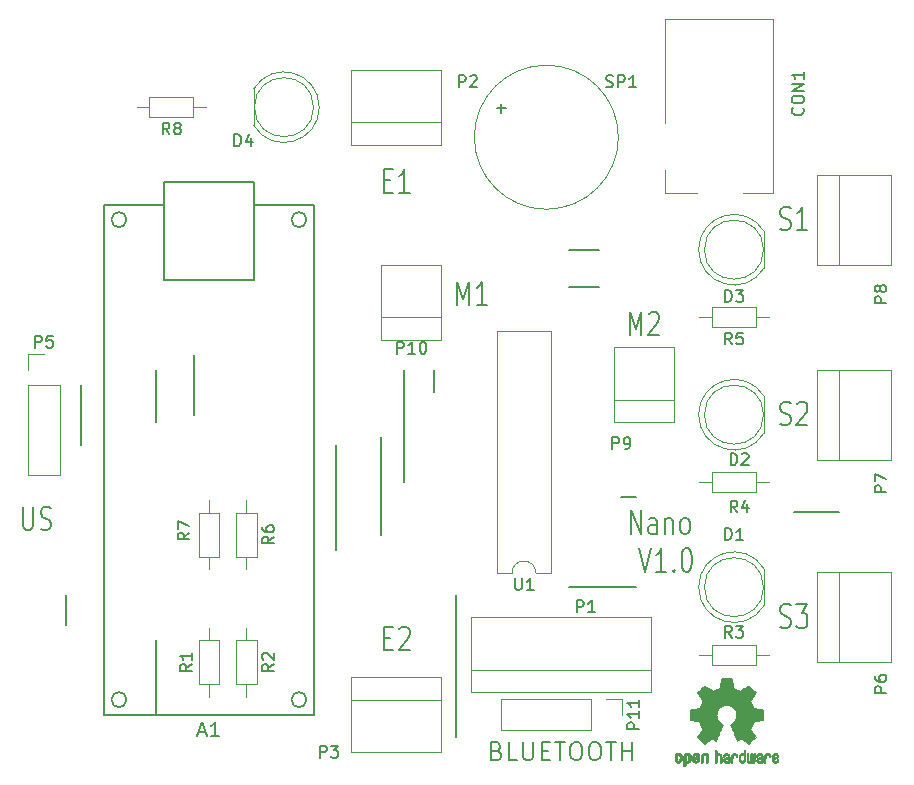
<source format=gbr>
G04 #@! TF.FileFunction,Legend,Top*
%FSLAX46Y46*%
G04 Gerber Fmt 4.6, Leading zero omitted, Abs format (unit mm)*
G04 Created by KiCad (PCBNEW 4.0.4-stable) date 07/02/20 16:24:00*
%MOMM*%
%LPD*%
G01*
G04 APERTURE LIST*
%ADD10C,0.100000*%
%ADD11C,0.200000*%
%ADD12C,0.150000*%
%ADD13C,0.120000*%
%ADD14C,0.010000*%
G04 APERTURE END LIST*
D10*
D11*
X26035000Y-98425000D02*
X26035000Y-100965000D01*
X59055000Y-99695000D02*
X59055000Y-98425000D01*
X22352143Y-90979762D02*
X22352143Y-92598810D01*
X22423571Y-92789286D01*
X22495000Y-92884524D01*
X22637857Y-92979762D01*
X22923571Y-92979762D01*
X23066429Y-92884524D01*
X23137857Y-92789286D01*
X23209286Y-92598810D01*
X23209286Y-90979762D01*
X23852143Y-92884524D02*
X24066429Y-92979762D01*
X24423572Y-92979762D01*
X24566429Y-92884524D01*
X24637858Y-92789286D01*
X24709286Y-92598810D01*
X24709286Y-92408333D01*
X24637858Y-92217857D01*
X24566429Y-92122619D01*
X24423572Y-92027381D01*
X24137858Y-91932143D01*
X23995000Y-91836905D01*
X23923572Y-91741667D01*
X23852143Y-91551190D01*
X23852143Y-91360714D01*
X23923572Y-91170238D01*
X23995000Y-91075000D01*
X24137858Y-90979762D01*
X24495000Y-90979762D01*
X24709286Y-91075000D01*
X52939286Y-63357143D02*
X53439286Y-63357143D01*
X53653572Y-64404762D02*
X52939286Y-64404762D01*
X52939286Y-62404762D01*
X53653572Y-62404762D01*
X55082143Y-64404762D02*
X54225000Y-64404762D01*
X54653572Y-64404762D02*
X54653572Y-62404762D01*
X54510715Y-62690476D01*
X54367857Y-62880952D01*
X54225000Y-62976190D01*
X52939286Y-102092143D02*
X53439286Y-102092143D01*
X53653572Y-103139762D02*
X52939286Y-103139762D01*
X52939286Y-101139762D01*
X53653572Y-101139762D01*
X54225000Y-101330238D02*
X54296429Y-101235000D01*
X54439286Y-101139762D01*
X54796429Y-101139762D01*
X54939286Y-101235000D01*
X55010715Y-101330238D01*
X55082143Y-101520714D01*
X55082143Y-101711190D01*
X55010715Y-101996905D01*
X54153572Y-103139762D01*
X55082143Y-103139762D01*
X62480714Y-111652857D02*
X62695000Y-111724286D01*
X62766428Y-111795714D01*
X62837857Y-111938571D01*
X62837857Y-112152857D01*
X62766428Y-112295714D01*
X62695000Y-112367143D01*
X62552142Y-112438571D01*
X61980714Y-112438571D01*
X61980714Y-110938571D01*
X62480714Y-110938571D01*
X62623571Y-111010000D01*
X62695000Y-111081429D01*
X62766428Y-111224286D01*
X62766428Y-111367143D01*
X62695000Y-111510000D01*
X62623571Y-111581429D01*
X62480714Y-111652857D01*
X61980714Y-111652857D01*
X64195000Y-112438571D02*
X63480714Y-112438571D01*
X63480714Y-110938571D01*
X64695000Y-110938571D02*
X64695000Y-112152857D01*
X64766428Y-112295714D01*
X64837857Y-112367143D01*
X64980714Y-112438571D01*
X65266428Y-112438571D01*
X65409286Y-112367143D01*
X65480714Y-112295714D01*
X65552143Y-112152857D01*
X65552143Y-110938571D01*
X66266429Y-111652857D02*
X66766429Y-111652857D01*
X66980715Y-112438571D02*
X66266429Y-112438571D01*
X66266429Y-110938571D01*
X66980715Y-110938571D01*
X67409286Y-110938571D02*
X68266429Y-110938571D01*
X67837858Y-112438571D02*
X67837858Y-110938571D01*
X69052143Y-110938571D02*
X69337857Y-110938571D01*
X69480715Y-111010000D01*
X69623572Y-111152857D01*
X69695000Y-111438571D01*
X69695000Y-111938571D01*
X69623572Y-112224286D01*
X69480715Y-112367143D01*
X69337857Y-112438571D01*
X69052143Y-112438571D01*
X68909286Y-112367143D01*
X68766429Y-112224286D01*
X68695000Y-111938571D01*
X68695000Y-111438571D01*
X68766429Y-111152857D01*
X68909286Y-111010000D01*
X69052143Y-110938571D01*
X70623572Y-110938571D02*
X70909286Y-110938571D01*
X71052144Y-111010000D01*
X71195001Y-111152857D01*
X71266429Y-111438571D01*
X71266429Y-111938571D01*
X71195001Y-112224286D01*
X71052144Y-112367143D01*
X70909286Y-112438571D01*
X70623572Y-112438571D01*
X70480715Y-112367143D01*
X70337858Y-112224286D01*
X70266429Y-111938571D01*
X70266429Y-111438571D01*
X70337858Y-111152857D01*
X70480715Y-111010000D01*
X70623572Y-110938571D01*
X71695001Y-110938571D02*
X72552144Y-110938571D01*
X72123573Y-112438571D02*
X72123573Y-110938571D01*
X73052144Y-112438571D02*
X73052144Y-110938571D01*
X73052144Y-111652857D02*
X73909287Y-111652857D01*
X73909287Y-112438571D02*
X73909287Y-110938571D01*
X86487143Y-101139524D02*
X86701429Y-101234762D01*
X87058572Y-101234762D01*
X87201429Y-101139524D01*
X87272858Y-101044286D01*
X87344286Y-100853810D01*
X87344286Y-100663333D01*
X87272858Y-100472857D01*
X87201429Y-100377619D01*
X87058572Y-100282381D01*
X86772858Y-100187143D01*
X86630000Y-100091905D01*
X86558572Y-99996667D01*
X86487143Y-99806190D01*
X86487143Y-99615714D01*
X86558572Y-99425238D01*
X86630000Y-99330000D01*
X86772858Y-99234762D01*
X87130000Y-99234762D01*
X87344286Y-99330000D01*
X87844286Y-99234762D02*
X88772857Y-99234762D01*
X88272857Y-99996667D01*
X88487143Y-99996667D01*
X88630000Y-100091905D01*
X88701429Y-100187143D01*
X88772857Y-100377619D01*
X88772857Y-100853810D01*
X88701429Y-101044286D01*
X88630000Y-101139524D01*
X88487143Y-101234762D01*
X88058571Y-101234762D01*
X87915714Y-101139524D01*
X87844286Y-101044286D01*
X86487143Y-83994524D02*
X86701429Y-84089762D01*
X87058572Y-84089762D01*
X87201429Y-83994524D01*
X87272858Y-83899286D01*
X87344286Y-83708810D01*
X87344286Y-83518333D01*
X87272858Y-83327857D01*
X87201429Y-83232619D01*
X87058572Y-83137381D01*
X86772858Y-83042143D01*
X86630000Y-82946905D01*
X86558572Y-82851667D01*
X86487143Y-82661190D01*
X86487143Y-82470714D01*
X86558572Y-82280238D01*
X86630000Y-82185000D01*
X86772858Y-82089762D01*
X87130000Y-82089762D01*
X87344286Y-82185000D01*
X87915714Y-82280238D02*
X87987143Y-82185000D01*
X88130000Y-82089762D01*
X88487143Y-82089762D01*
X88630000Y-82185000D01*
X88701429Y-82280238D01*
X88772857Y-82470714D01*
X88772857Y-82661190D01*
X88701429Y-82946905D01*
X87844286Y-84089762D01*
X88772857Y-84089762D01*
X86487143Y-67484524D02*
X86701429Y-67579762D01*
X87058572Y-67579762D01*
X87201429Y-67484524D01*
X87272858Y-67389286D01*
X87344286Y-67198810D01*
X87344286Y-67008333D01*
X87272858Y-66817857D01*
X87201429Y-66722619D01*
X87058572Y-66627381D01*
X86772858Y-66532143D01*
X86630000Y-66436905D01*
X86558572Y-66341667D01*
X86487143Y-66151190D01*
X86487143Y-65960714D01*
X86558572Y-65770238D01*
X86630000Y-65675000D01*
X86772858Y-65579762D01*
X87130000Y-65579762D01*
X87344286Y-65675000D01*
X88772857Y-67579762D02*
X87915714Y-67579762D01*
X88344286Y-67579762D02*
X88344286Y-65579762D01*
X88201429Y-65865476D01*
X88058571Y-66055952D01*
X87915714Y-66151190D01*
X73715715Y-76469762D02*
X73715715Y-74469762D01*
X74215715Y-75898333D01*
X74715715Y-74469762D01*
X74715715Y-76469762D01*
X75358572Y-74660238D02*
X75430001Y-74565000D01*
X75572858Y-74469762D01*
X75930001Y-74469762D01*
X76072858Y-74565000D01*
X76144287Y-74660238D01*
X76215715Y-74850714D01*
X76215715Y-75041190D01*
X76144287Y-75326905D01*
X75287144Y-76469762D01*
X76215715Y-76469762D01*
X59110715Y-73929762D02*
X59110715Y-71929762D01*
X59610715Y-73358333D01*
X60110715Y-71929762D01*
X60110715Y-73929762D01*
X61610715Y-73929762D02*
X60753572Y-73929762D01*
X61182144Y-73929762D02*
X61182144Y-71929762D01*
X61039287Y-72215476D01*
X60896429Y-72405952D01*
X60753572Y-72501190D01*
X73799286Y-93284762D02*
X73799286Y-91284762D01*
X74656429Y-93284762D01*
X74656429Y-91284762D01*
X76013572Y-93284762D02*
X76013572Y-92237143D01*
X75942143Y-92046667D01*
X75799286Y-91951429D01*
X75513572Y-91951429D01*
X75370715Y-92046667D01*
X76013572Y-93189524D02*
X75870715Y-93284762D01*
X75513572Y-93284762D01*
X75370715Y-93189524D01*
X75299286Y-92999048D01*
X75299286Y-92808571D01*
X75370715Y-92618095D01*
X75513572Y-92522857D01*
X75870715Y-92522857D01*
X76013572Y-92427619D01*
X76727858Y-91951429D02*
X76727858Y-93284762D01*
X76727858Y-92141905D02*
X76799286Y-92046667D01*
X76942144Y-91951429D01*
X77156429Y-91951429D01*
X77299286Y-92046667D01*
X77370715Y-92237143D01*
X77370715Y-93284762D01*
X78299287Y-93284762D02*
X78156429Y-93189524D01*
X78085001Y-93094286D01*
X78013572Y-92903810D01*
X78013572Y-92332381D01*
X78085001Y-92141905D01*
X78156429Y-92046667D01*
X78299287Y-91951429D01*
X78513572Y-91951429D01*
X78656429Y-92046667D01*
X78727858Y-92141905D01*
X78799287Y-92332381D01*
X78799287Y-92903810D01*
X78727858Y-93094286D01*
X78656429Y-93189524D01*
X78513572Y-93284762D01*
X78299287Y-93284762D01*
X74549286Y-94484762D02*
X75049286Y-96484762D01*
X75549286Y-94484762D01*
X76835000Y-96484762D02*
X75977857Y-96484762D01*
X76406429Y-96484762D02*
X76406429Y-94484762D01*
X76263572Y-94770476D01*
X76120714Y-94960952D01*
X75977857Y-95056190D01*
X77477857Y-96294286D02*
X77549285Y-96389524D01*
X77477857Y-96484762D01*
X77406428Y-96389524D01*
X77477857Y-96294286D01*
X77477857Y-96484762D01*
X78477857Y-94484762D02*
X78620714Y-94484762D01*
X78763571Y-94580000D01*
X78835000Y-94675238D01*
X78906429Y-94865714D01*
X78977857Y-95246667D01*
X78977857Y-95722857D01*
X78906429Y-96103810D01*
X78835000Y-96294286D01*
X78763571Y-96389524D01*
X78620714Y-96484762D01*
X78477857Y-96484762D01*
X78335000Y-96389524D01*
X78263571Y-96294286D01*
X78192143Y-96103810D01*
X78120714Y-95722857D01*
X78120714Y-95246667D01*
X78192143Y-94865714D01*
X78263571Y-94675238D01*
X78335000Y-94580000D01*
X78477857Y-94484762D01*
X87630000Y-91440000D02*
X91440000Y-91440000D01*
X68580000Y-69215000D02*
X71120000Y-69215000D01*
X68580000Y-72390000D02*
X71120000Y-72390000D01*
X73025000Y-90170000D02*
X74295000Y-90170000D01*
X68580000Y-97790000D02*
X74295000Y-97790000D01*
X59055000Y-104775000D02*
X59055000Y-99695000D01*
X59055000Y-110490000D02*
X59055000Y-104775000D01*
X33655000Y-102235000D02*
X33655000Y-108585000D01*
X57150000Y-79375000D02*
X57150000Y-81280000D01*
X54610000Y-88900000D02*
X54610000Y-79375000D01*
X52705000Y-85090000D02*
X52705000Y-93345000D01*
X48895000Y-85725000D02*
X48895000Y-94615000D01*
X36830000Y-78105000D02*
X36830000Y-83185000D01*
X33655000Y-79375000D02*
X33655000Y-83820000D01*
X27305000Y-80645000D02*
X27305000Y-85725000D01*
D12*
X41910000Y-65405000D02*
X46990000Y-65405000D01*
X29210000Y-65405000D02*
X34290000Y-65405000D01*
X34290000Y-63500000D02*
X41910000Y-63500000D01*
X41910000Y-63500000D02*
X41910000Y-71755000D01*
X41910000Y-71755000D02*
X34290000Y-71755000D01*
X34290000Y-71755000D02*
X34290000Y-63500000D01*
X46355000Y-66675000D02*
G75*
G03X46355000Y-66675000I-635000J0D01*
G01*
X31115000Y-66675000D02*
G75*
G03X31115000Y-66675000I-635000J0D01*
G01*
X46355000Y-107315000D02*
G75*
G03X46355000Y-107315000I-635000J0D01*
G01*
X31115000Y-107315000D02*
G75*
G03X31115000Y-107315000I-635000J0D01*
G01*
X29210000Y-108585000D02*
X46990000Y-108585000D01*
X46990000Y-108585000D02*
X46990000Y-65405000D01*
X29210000Y-65405000D02*
X29210000Y-108585000D01*
D13*
X76680000Y-58500000D02*
X76680000Y-49700000D01*
X76680000Y-49700000D02*
X85880000Y-49700000D01*
X79380000Y-64400000D02*
X76680000Y-64400000D01*
X76680000Y-64400000D02*
X76680000Y-62500000D01*
X85880000Y-49700000D02*
X85880000Y-64400000D01*
X85880000Y-64400000D02*
X83280000Y-64400000D01*
X72390000Y-81915000D02*
X77470000Y-81915000D01*
X72390000Y-77475000D02*
X77470000Y-77475000D01*
X77470000Y-83815000D02*
X72390000Y-83815000D01*
X77470000Y-83815000D02*
X77470000Y-77475000D01*
X72390000Y-83815000D02*
X72390000Y-77475000D01*
X79560000Y-97789538D02*
G75*
G03X85110000Y-99334830I2990000J-462D01*
G01*
X79560000Y-97790462D02*
G75*
G02X85110000Y-96245170I2990000J462D01*
G01*
X85050000Y-97790000D02*
G75*
G03X85050000Y-97790000I-2500000J0D01*
G01*
X85110000Y-99335000D02*
X85110000Y-96245000D01*
X89540000Y-86995000D02*
X95880000Y-86995000D01*
X89540000Y-79375000D02*
X95880000Y-79375000D01*
X91440000Y-79375000D02*
X91440000Y-86995000D01*
X89540000Y-86995000D02*
X89540000Y-79375000D01*
X95880000Y-79375000D02*
X95880000Y-86995000D01*
X67945000Y-100335000D02*
X60325000Y-100335000D01*
X67945000Y-104775000D02*
X60325000Y-104775000D01*
X67945000Y-106675000D02*
X60325000Y-106675000D01*
X75565000Y-106675000D02*
X75565000Y-100335000D01*
X60325000Y-106675000D02*
X60325000Y-100335000D01*
X67945000Y-104775000D02*
X75565000Y-104775000D01*
X75565000Y-106675000D02*
X67945000Y-106675000D01*
X67945000Y-100335000D02*
X75565000Y-100335000D01*
X57785000Y-60320000D02*
X57785000Y-53980000D01*
X50165000Y-60320000D02*
X50165000Y-53980000D01*
X50165000Y-58420000D02*
X57785000Y-58420000D01*
X57785000Y-60320000D02*
X50165000Y-60320000D01*
X50165000Y-53980000D02*
X57785000Y-53980000D01*
X50165000Y-105415000D02*
X50165000Y-111755000D01*
X57785000Y-105415000D02*
X57785000Y-111755000D01*
X57785000Y-107315000D02*
X50165000Y-107315000D01*
X50165000Y-105415000D02*
X57785000Y-105415000D01*
X57785000Y-111755000D02*
X50165000Y-111755000D01*
X22800000Y-80645000D02*
X22800000Y-88325000D01*
X22800000Y-88325000D02*
X25460000Y-88325000D01*
X25460000Y-88325000D02*
X25460000Y-80645000D01*
X25460000Y-80645000D02*
X22800000Y-80645000D01*
X22800000Y-79375000D02*
X22800000Y-78045000D01*
X22800000Y-78045000D02*
X24130000Y-78045000D01*
X89540000Y-104140000D02*
X95880000Y-104140000D01*
X89540000Y-96520000D02*
X95880000Y-96520000D01*
X91440000Y-96520000D02*
X91440000Y-104140000D01*
X89540000Y-104140000D02*
X89540000Y-96520000D01*
X95880000Y-96520000D02*
X95880000Y-104140000D01*
X89540000Y-70485000D02*
X95880000Y-70485000D01*
X89540000Y-62865000D02*
X95880000Y-62865000D01*
X91440000Y-62865000D02*
X91440000Y-70485000D01*
X89540000Y-70485000D02*
X89540000Y-62865000D01*
X95880000Y-62865000D02*
X95880000Y-70485000D01*
X52705000Y-74930000D02*
X57785000Y-74930000D01*
X52705000Y-70490000D02*
X57785000Y-70490000D01*
X57785000Y-76830000D02*
X52705000Y-76830000D01*
X57785000Y-76830000D02*
X57785000Y-70490000D01*
X52705000Y-76830000D02*
X52705000Y-70490000D01*
X37240000Y-106000000D02*
X38960000Y-106000000D01*
X38960000Y-106000000D02*
X38960000Y-102280000D01*
X38960000Y-102280000D02*
X37240000Y-102280000D01*
X37240000Y-102280000D02*
X37240000Y-106000000D01*
X38100000Y-107070000D02*
X38100000Y-106000000D01*
X38100000Y-101210000D02*
X38100000Y-102280000D01*
X42135000Y-102280000D02*
X40415000Y-102280000D01*
X40415000Y-102280000D02*
X40415000Y-106000000D01*
X40415000Y-106000000D02*
X42135000Y-106000000D01*
X42135000Y-106000000D02*
X42135000Y-102280000D01*
X41275000Y-101210000D02*
X41275000Y-102280000D01*
X41275000Y-107070000D02*
X41275000Y-106000000D01*
X84410000Y-104365000D02*
X84410000Y-102645000D01*
X84410000Y-102645000D02*
X80690000Y-102645000D01*
X80690000Y-102645000D02*
X80690000Y-104365000D01*
X80690000Y-104365000D02*
X84410000Y-104365000D01*
X85480000Y-103505000D02*
X84410000Y-103505000D01*
X79620000Y-103505000D02*
X80690000Y-103505000D01*
X80690000Y-88040000D02*
X80690000Y-89760000D01*
X80690000Y-89760000D02*
X84410000Y-89760000D01*
X84410000Y-89760000D02*
X84410000Y-88040000D01*
X84410000Y-88040000D02*
X80690000Y-88040000D01*
X79620000Y-88900000D02*
X80690000Y-88900000D01*
X85480000Y-88900000D02*
X84410000Y-88900000D01*
X84410000Y-75790000D02*
X84410000Y-74070000D01*
X84410000Y-74070000D02*
X80690000Y-74070000D01*
X80690000Y-74070000D02*
X80690000Y-75790000D01*
X80690000Y-75790000D02*
X84410000Y-75790000D01*
X85480000Y-74930000D02*
X84410000Y-74930000D01*
X79620000Y-74930000D02*
X80690000Y-74930000D01*
X42135000Y-91485000D02*
X40415000Y-91485000D01*
X40415000Y-91485000D02*
X40415000Y-95205000D01*
X40415000Y-95205000D02*
X42135000Y-95205000D01*
X42135000Y-95205000D02*
X42135000Y-91485000D01*
X41275000Y-90415000D02*
X41275000Y-91485000D01*
X41275000Y-96275000D02*
X41275000Y-95205000D01*
X38960000Y-91485000D02*
X37240000Y-91485000D01*
X37240000Y-91485000D02*
X37240000Y-95205000D01*
X37240000Y-95205000D02*
X38960000Y-95205000D01*
X38960000Y-95205000D02*
X38960000Y-91485000D01*
X38100000Y-90415000D02*
X38100000Y-91485000D01*
X38100000Y-96275000D02*
X38100000Y-95205000D01*
X72765000Y-59690000D02*
G75*
G03X72765000Y-59690000I-6100000J0D01*
G01*
X63770000Y-96580000D02*
G75*
G02X65770000Y-96580000I1000000J0D01*
G01*
X65770000Y-96580000D02*
X67020000Y-96580000D01*
X67020000Y-96580000D02*
X67020000Y-76140000D01*
X67020000Y-76140000D02*
X62520000Y-76140000D01*
X62520000Y-76140000D02*
X62520000Y-96580000D01*
X62520000Y-96580000D02*
X63770000Y-96580000D01*
X79560000Y-83184538D02*
G75*
G03X85110000Y-84729830I2990000J-462D01*
G01*
X79560000Y-83185462D02*
G75*
G02X85110000Y-81640170I2990000J462D01*
G01*
X85050000Y-83185000D02*
G75*
G03X85050000Y-83185000I-2500000J0D01*
G01*
X85110000Y-84730000D02*
X85110000Y-81640000D01*
X79560000Y-69214538D02*
G75*
G03X85110000Y-70759830I2990000J-462D01*
G01*
X79560000Y-69215462D02*
G75*
G02X85110000Y-67670170I2990000J462D01*
G01*
X85050000Y-69215000D02*
G75*
G03X85050000Y-69215000I-2500000J0D01*
G01*
X85110000Y-70760000D02*
X85110000Y-67670000D01*
X47440000Y-57150462D02*
G75*
G03X41890000Y-55605170I-2990000J462D01*
G01*
X47440000Y-57149538D02*
G75*
G02X41890000Y-58694830I-2990000J-462D01*
G01*
X46950000Y-57150000D02*
G75*
G03X46950000Y-57150000I-2500000J0D01*
G01*
X41890000Y-55605000D02*
X41890000Y-58695000D01*
X36785000Y-58010000D02*
X36785000Y-56290000D01*
X36785000Y-56290000D02*
X33065000Y-56290000D01*
X33065000Y-56290000D02*
X33065000Y-58010000D01*
X33065000Y-58010000D02*
X36785000Y-58010000D01*
X37855000Y-57150000D02*
X36785000Y-57150000D01*
X31995000Y-57150000D02*
X33065000Y-57150000D01*
D14*
G36*
X78683886Y-111804505D02*
X78758539Y-111841727D01*
X78824431Y-111910261D01*
X78842577Y-111935648D01*
X78862345Y-111968866D01*
X78875172Y-112004945D01*
X78882510Y-112053098D01*
X78885813Y-112122536D01*
X78886538Y-112214206D01*
X78883263Y-112339830D01*
X78871877Y-112434154D01*
X78850041Y-112504523D01*
X78815419Y-112558286D01*
X78765670Y-112602788D01*
X78762014Y-112605423D01*
X78712985Y-112632377D01*
X78653945Y-112645712D01*
X78578859Y-112649000D01*
X78456795Y-112649000D01*
X78456744Y-112767497D01*
X78455608Y-112833492D01*
X78448686Y-112872202D01*
X78430598Y-112895419D01*
X78395962Y-112914933D01*
X78387645Y-112918920D01*
X78348720Y-112937603D01*
X78318583Y-112949403D01*
X78296174Y-112950422D01*
X78280433Y-112936761D01*
X78270302Y-112904522D01*
X78264723Y-112849804D01*
X78262635Y-112768711D01*
X78262981Y-112657344D01*
X78264700Y-112511802D01*
X78265237Y-112468269D01*
X78267172Y-112318205D01*
X78268904Y-112220042D01*
X78456692Y-112220042D01*
X78457748Y-112303364D01*
X78462438Y-112357880D01*
X78473051Y-112393837D01*
X78491872Y-112421482D01*
X78504650Y-112434965D01*
X78556890Y-112474417D01*
X78603142Y-112477628D01*
X78650867Y-112445049D01*
X78652077Y-112443846D01*
X78671494Y-112418668D01*
X78683307Y-112384447D01*
X78689265Y-112331748D01*
X78691120Y-112251131D01*
X78691154Y-112233271D01*
X78686670Y-112122175D01*
X78672074Y-112045161D01*
X78645650Y-111998147D01*
X78605683Y-111977050D01*
X78582584Y-111974923D01*
X78527762Y-111984900D01*
X78490158Y-112017752D01*
X78467523Y-112077857D01*
X78457606Y-112169598D01*
X78456692Y-112220042D01*
X78268904Y-112220042D01*
X78269222Y-112202060D01*
X78271873Y-112114679D01*
X78275606Y-112050905D01*
X78280907Y-112005582D01*
X78288258Y-111973555D01*
X78298143Y-111949668D01*
X78311046Y-111928764D01*
X78316579Y-111920898D01*
X78389969Y-111846595D01*
X78482760Y-111804467D01*
X78590096Y-111792722D01*
X78683886Y-111804505D01*
X78683886Y-111804505D01*
G37*
X78683886Y-111804505D02*
X78758539Y-111841727D01*
X78824431Y-111910261D01*
X78842577Y-111935648D01*
X78862345Y-111968866D01*
X78875172Y-112004945D01*
X78882510Y-112053098D01*
X78885813Y-112122536D01*
X78886538Y-112214206D01*
X78883263Y-112339830D01*
X78871877Y-112434154D01*
X78850041Y-112504523D01*
X78815419Y-112558286D01*
X78765670Y-112602788D01*
X78762014Y-112605423D01*
X78712985Y-112632377D01*
X78653945Y-112645712D01*
X78578859Y-112649000D01*
X78456795Y-112649000D01*
X78456744Y-112767497D01*
X78455608Y-112833492D01*
X78448686Y-112872202D01*
X78430598Y-112895419D01*
X78395962Y-112914933D01*
X78387645Y-112918920D01*
X78348720Y-112937603D01*
X78318583Y-112949403D01*
X78296174Y-112950422D01*
X78280433Y-112936761D01*
X78270302Y-112904522D01*
X78264723Y-112849804D01*
X78262635Y-112768711D01*
X78262981Y-112657344D01*
X78264700Y-112511802D01*
X78265237Y-112468269D01*
X78267172Y-112318205D01*
X78268904Y-112220042D01*
X78456692Y-112220042D01*
X78457748Y-112303364D01*
X78462438Y-112357880D01*
X78473051Y-112393837D01*
X78491872Y-112421482D01*
X78504650Y-112434965D01*
X78556890Y-112474417D01*
X78603142Y-112477628D01*
X78650867Y-112445049D01*
X78652077Y-112443846D01*
X78671494Y-112418668D01*
X78683307Y-112384447D01*
X78689265Y-112331748D01*
X78691120Y-112251131D01*
X78691154Y-112233271D01*
X78686670Y-112122175D01*
X78672074Y-112045161D01*
X78645650Y-111998147D01*
X78605683Y-111977050D01*
X78582584Y-111974923D01*
X78527762Y-111984900D01*
X78490158Y-112017752D01*
X78467523Y-112077857D01*
X78457606Y-112169598D01*
X78456692Y-112220042D01*
X78268904Y-112220042D01*
X78269222Y-112202060D01*
X78271873Y-112114679D01*
X78275606Y-112050905D01*
X78280907Y-112005582D01*
X78288258Y-111973555D01*
X78298143Y-111949668D01*
X78311046Y-111928764D01*
X78316579Y-111920898D01*
X78389969Y-111846595D01*
X78482760Y-111804467D01*
X78590096Y-111792722D01*
X78683886Y-111804505D01*
G36*
X80186664Y-111815089D02*
X80249367Y-111851358D01*
X80292961Y-111887358D01*
X80324845Y-111925075D01*
X80346810Y-111971199D01*
X80360649Y-112032421D01*
X80368153Y-112115431D01*
X80371117Y-112226919D01*
X80371461Y-112307062D01*
X80371461Y-112602065D01*
X80205385Y-112676515D01*
X80195615Y-112353402D01*
X80191579Y-112232729D01*
X80187344Y-112145141D01*
X80182097Y-112084650D01*
X80175025Y-112045268D01*
X80165311Y-112021007D01*
X80152144Y-112005880D01*
X80147919Y-112002606D01*
X80083909Y-111977034D01*
X80019208Y-111987153D01*
X79980692Y-112014000D01*
X79965025Y-112033024D01*
X79954180Y-112057988D01*
X79947288Y-112095834D01*
X79943479Y-112153502D01*
X79941883Y-112237935D01*
X79941615Y-112325928D01*
X79941563Y-112436323D01*
X79939672Y-112514463D01*
X79933345Y-112567165D01*
X79919983Y-112601242D01*
X79896985Y-112623511D01*
X79861754Y-112640787D01*
X79814697Y-112658738D01*
X79763303Y-112678278D01*
X79769421Y-112331485D01*
X79771884Y-112206468D01*
X79774767Y-112114082D01*
X79778898Y-112047881D01*
X79785107Y-112001420D01*
X79794226Y-111968256D01*
X79807083Y-111941944D01*
X79822584Y-111918729D01*
X79897371Y-111844569D01*
X79988628Y-111801684D01*
X80087883Y-111791412D01*
X80186664Y-111815089D01*
X80186664Y-111815089D01*
G37*
X80186664Y-111815089D02*
X80249367Y-111851358D01*
X80292961Y-111887358D01*
X80324845Y-111925075D01*
X80346810Y-111971199D01*
X80360649Y-112032421D01*
X80368153Y-112115431D01*
X80371117Y-112226919D01*
X80371461Y-112307062D01*
X80371461Y-112602065D01*
X80205385Y-112676515D01*
X80195615Y-112353402D01*
X80191579Y-112232729D01*
X80187344Y-112145141D01*
X80182097Y-112084650D01*
X80175025Y-112045268D01*
X80165311Y-112021007D01*
X80152144Y-112005880D01*
X80147919Y-112002606D01*
X80083909Y-111977034D01*
X80019208Y-111987153D01*
X79980692Y-112014000D01*
X79965025Y-112033024D01*
X79954180Y-112057988D01*
X79947288Y-112095834D01*
X79943479Y-112153502D01*
X79941883Y-112237935D01*
X79941615Y-112325928D01*
X79941563Y-112436323D01*
X79939672Y-112514463D01*
X79933345Y-112567165D01*
X79919983Y-112601242D01*
X79896985Y-112623511D01*
X79861754Y-112640787D01*
X79814697Y-112658738D01*
X79763303Y-112678278D01*
X79769421Y-112331485D01*
X79771884Y-112206468D01*
X79774767Y-112114082D01*
X79778898Y-112047881D01*
X79785107Y-112001420D01*
X79794226Y-111968256D01*
X79807083Y-111941944D01*
X79822584Y-111918729D01*
X79897371Y-111844569D01*
X79988628Y-111801684D01*
X80087883Y-111791412D01*
X80186664Y-111815089D01*
G36*
X77931886Y-111807256D02*
X78023464Y-111855409D01*
X78091049Y-111932905D01*
X78115057Y-111982727D01*
X78133738Y-112057533D01*
X78143301Y-112152052D01*
X78144208Y-112255210D01*
X78136921Y-112355935D01*
X78121903Y-112443153D01*
X78099615Y-112505791D01*
X78092765Y-112516579D01*
X78011632Y-112597105D01*
X77915266Y-112645336D01*
X77810701Y-112659450D01*
X77704968Y-112637629D01*
X77675543Y-112624547D01*
X77618241Y-112584231D01*
X77567950Y-112530775D01*
X77563197Y-112523995D01*
X77543878Y-112491321D01*
X77531108Y-112456394D01*
X77523564Y-112410414D01*
X77519924Y-112344584D01*
X77518865Y-112250105D01*
X77518846Y-112228923D01*
X77518894Y-112222182D01*
X77714231Y-112222182D01*
X77715368Y-112311349D01*
X77719841Y-112370520D01*
X77729246Y-112408741D01*
X77745176Y-112435053D01*
X77753308Y-112443846D01*
X77800058Y-112477261D01*
X77845447Y-112475737D01*
X77891340Y-112446752D01*
X77918712Y-112415809D01*
X77934923Y-112370643D01*
X77944026Y-112299420D01*
X77944651Y-112291114D01*
X77946204Y-112162037D01*
X77929965Y-112066172D01*
X77896152Y-112004107D01*
X77844984Y-111976432D01*
X77826720Y-111974923D01*
X77778760Y-111982513D01*
X77745953Y-112008808D01*
X77725895Y-112059095D01*
X77716178Y-112138664D01*
X77714231Y-112222182D01*
X77518894Y-112222182D01*
X77519574Y-112128249D01*
X77522629Y-112057906D01*
X77529322Y-112009163D01*
X77540960Y-111973288D01*
X77558853Y-111941548D01*
X77562808Y-111935648D01*
X77629267Y-111856104D01*
X77701685Y-111809929D01*
X77789849Y-111791599D01*
X77819787Y-111790703D01*
X77931886Y-111807256D01*
X77931886Y-111807256D01*
G37*
X77931886Y-111807256D02*
X78023464Y-111855409D01*
X78091049Y-111932905D01*
X78115057Y-111982727D01*
X78133738Y-112057533D01*
X78143301Y-112152052D01*
X78144208Y-112255210D01*
X78136921Y-112355935D01*
X78121903Y-112443153D01*
X78099615Y-112505791D01*
X78092765Y-112516579D01*
X78011632Y-112597105D01*
X77915266Y-112645336D01*
X77810701Y-112659450D01*
X77704968Y-112637629D01*
X77675543Y-112624547D01*
X77618241Y-112584231D01*
X77567950Y-112530775D01*
X77563197Y-112523995D01*
X77543878Y-112491321D01*
X77531108Y-112456394D01*
X77523564Y-112410414D01*
X77519924Y-112344584D01*
X77518865Y-112250105D01*
X77518846Y-112228923D01*
X77518894Y-112222182D01*
X77714231Y-112222182D01*
X77715368Y-112311349D01*
X77719841Y-112370520D01*
X77729246Y-112408741D01*
X77745176Y-112435053D01*
X77753308Y-112443846D01*
X77800058Y-112477261D01*
X77845447Y-112475737D01*
X77891340Y-112446752D01*
X77918712Y-112415809D01*
X77934923Y-112370643D01*
X77944026Y-112299420D01*
X77944651Y-112291114D01*
X77946204Y-112162037D01*
X77929965Y-112066172D01*
X77896152Y-112004107D01*
X77844984Y-111976432D01*
X77826720Y-111974923D01*
X77778760Y-111982513D01*
X77745953Y-112008808D01*
X77725895Y-112059095D01*
X77716178Y-112138664D01*
X77714231Y-112222182D01*
X77518894Y-112222182D01*
X77519574Y-112128249D01*
X77522629Y-112057906D01*
X77529322Y-112009163D01*
X77540960Y-111973288D01*
X77558853Y-111941548D01*
X77562808Y-111935648D01*
X77629267Y-111856104D01*
X77701685Y-111809929D01*
X77789849Y-111791599D01*
X77819787Y-111790703D01*
X77931886Y-111807256D01*
G36*
X79449254Y-111819745D02*
X79526286Y-111871567D01*
X79585816Y-111946412D01*
X79621378Y-112041654D01*
X79628571Y-112111756D01*
X79627754Y-112141009D01*
X79620914Y-112163407D01*
X79602112Y-112183474D01*
X79565408Y-112205733D01*
X79504862Y-112234709D01*
X79414534Y-112274927D01*
X79414077Y-112275129D01*
X79330933Y-112313210D01*
X79262753Y-112347025D01*
X79216505Y-112372933D01*
X79199158Y-112387295D01*
X79199154Y-112387411D01*
X79214443Y-112418685D01*
X79250196Y-112453157D01*
X79291242Y-112477990D01*
X79312037Y-112482923D01*
X79368770Y-112465862D01*
X79417627Y-112423133D01*
X79441465Y-112376155D01*
X79464397Y-112341522D01*
X79509318Y-112302081D01*
X79562123Y-112268009D01*
X79608710Y-112249480D01*
X79618452Y-112248462D01*
X79629418Y-112265215D01*
X79630079Y-112308039D01*
X79622020Y-112365781D01*
X79606827Y-112427289D01*
X79586086Y-112481409D01*
X79585038Y-112483510D01*
X79522621Y-112570660D01*
X79441726Y-112629939D01*
X79349856Y-112659034D01*
X79254513Y-112655634D01*
X79163198Y-112617428D01*
X79159138Y-112614741D01*
X79087306Y-112549642D01*
X79040073Y-112464705D01*
X79013934Y-112353021D01*
X79010426Y-112321643D01*
X79004213Y-112173536D01*
X79011661Y-112104468D01*
X79199154Y-112104468D01*
X79201590Y-112147552D01*
X79214914Y-112160126D01*
X79248132Y-112150719D01*
X79300494Y-112128483D01*
X79359024Y-112100610D01*
X79360479Y-112099872D01*
X79410089Y-112073777D01*
X79430000Y-112056363D01*
X79425090Y-112038107D01*
X79404416Y-112014120D01*
X79351819Y-111979406D01*
X79295177Y-111976856D01*
X79244369Y-112002119D01*
X79209276Y-112050847D01*
X79199154Y-112104468D01*
X79011661Y-112104468D01*
X79016992Y-112055036D01*
X79049778Y-111961055D01*
X79095421Y-111895215D01*
X79177802Y-111828681D01*
X79268546Y-111795676D01*
X79361185Y-111793573D01*
X79449254Y-111819745D01*
X79449254Y-111819745D01*
G37*
X79449254Y-111819745D02*
X79526286Y-111871567D01*
X79585816Y-111946412D01*
X79621378Y-112041654D01*
X79628571Y-112111756D01*
X79627754Y-112141009D01*
X79620914Y-112163407D01*
X79602112Y-112183474D01*
X79565408Y-112205733D01*
X79504862Y-112234709D01*
X79414534Y-112274927D01*
X79414077Y-112275129D01*
X79330933Y-112313210D01*
X79262753Y-112347025D01*
X79216505Y-112372933D01*
X79199158Y-112387295D01*
X79199154Y-112387411D01*
X79214443Y-112418685D01*
X79250196Y-112453157D01*
X79291242Y-112477990D01*
X79312037Y-112482923D01*
X79368770Y-112465862D01*
X79417627Y-112423133D01*
X79441465Y-112376155D01*
X79464397Y-112341522D01*
X79509318Y-112302081D01*
X79562123Y-112268009D01*
X79608710Y-112249480D01*
X79618452Y-112248462D01*
X79629418Y-112265215D01*
X79630079Y-112308039D01*
X79622020Y-112365781D01*
X79606827Y-112427289D01*
X79586086Y-112481409D01*
X79585038Y-112483510D01*
X79522621Y-112570660D01*
X79441726Y-112629939D01*
X79349856Y-112659034D01*
X79254513Y-112655634D01*
X79163198Y-112617428D01*
X79159138Y-112614741D01*
X79087306Y-112549642D01*
X79040073Y-112464705D01*
X79013934Y-112353021D01*
X79010426Y-112321643D01*
X79004213Y-112173536D01*
X79011661Y-112104468D01*
X79199154Y-112104468D01*
X79201590Y-112147552D01*
X79214914Y-112160126D01*
X79248132Y-112150719D01*
X79300494Y-112128483D01*
X79359024Y-112100610D01*
X79360479Y-112099872D01*
X79410089Y-112073777D01*
X79430000Y-112056363D01*
X79425090Y-112038107D01*
X79404416Y-112014120D01*
X79351819Y-111979406D01*
X79295177Y-111976856D01*
X79244369Y-112002119D01*
X79209276Y-112050847D01*
X79199154Y-112104468D01*
X79011661Y-112104468D01*
X79016992Y-112055036D01*
X79049778Y-111961055D01*
X79095421Y-111895215D01*
X79177802Y-111828681D01*
X79268546Y-111795676D01*
X79361185Y-111793573D01*
X79449254Y-111819745D01*
G36*
X81074846Y-111712120D02*
X81080572Y-111791980D01*
X81087149Y-111839039D01*
X81096262Y-111859566D01*
X81109598Y-111859829D01*
X81113923Y-111857378D01*
X81171444Y-111839636D01*
X81246268Y-111840672D01*
X81322339Y-111858910D01*
X81369918Y-111882505D01*
X81418702Y-111920198D01*
X81454364Y-111962855D01*
X81478845Y-112017057D01*
X81494087Y-112089384D01*
X81502030Y-112186419D01*
X81504616Y-112314742D01*
X81504662Y-112339358D01*
X81504692Y-112615870D01*
X81443161Y-112637320D01*
X81399459Y-112651912D01*
X81375482Y-112658706D01*
X81374777Y-112658769D01*
X81372415Y-112640345D01*
X81370406Y-112589526D01*
X81368901Y-112512993D01*
X81368053Y-112417430D01*
X81367923Y-112359329D01*
X81367651Y-112244771D01*
X81366252Y-112162667D01*
X81362849Y-112106393D01*
X81356567Y-112069326D01*
X81346529Y-112044844D01*
X81331861Y-112026325D01*
X81322702Y-112017406D01*
X81259789Y-111981466D01*
X81191136Y-111978775D01*
X81128848Y-112009170D01*
X81117329Y-112020144D01*
X81100433Y-112040779D01*
X81088714Y-112065256D01*
X81081233Y-112100647D01*
X81077054Y-112154026D01*
X81075237Y-112232466D01*
X81074846Y-112340617D01*
X81074846Y-112615870D01*
X81013315Y-112637320D01*
X80969613Y-112651912D01*
X80945636Y-112658706D01*
X80944930Y-112658769D01*
X80943126Y-112640069D01*
X80941500Y-112587322D01*
X80940117Y-112505557D01*
X80939042Y-112399805D01*
X80938340Y-112275094D01*
X80938077Y-112136455D01*
X80938077Y-111601806D01*
X81065077Y-111548236D01*
X81074846Y-111712120D01*
X81074846Y-111712120D01*
G37*
X81074846Y-111712120D02*
X81080572Y-111791980D01*
X81087149Y-111839039D01*
X81096262Y-111859566D01*
X81109598Y-111859829D01*
X81113923Y-111857378D01*
X81171444Y-111839636D01*
X81246268Y-111840672D01*
X81322339Y-111858910D01*
X81369918Y-111882505D01*
X81418702Y-111920198D01*
X81454364Y-111962855D01*
X81478845Y-112017057D01*
X81494087Y-112089384D01*
X81502030Y-112186419D01*
X81504616Y-112314742D01*
X81504662Y-112339358D01*
X81504692Y-112615870D01*
X81443161Y-112637320D01*
X81399459Y-112651912D01*
X81375482Y-112658706D01*
X81374777Y-112658769D01*
X81372415Y-112640345D01*
X81370406Y-112589526D01*
X81368901Y-112512993D01*
X81368053Y-112417430D01*
X81367923Y-112359329D01*
X81367651Y-112244771D01*
X81366252Y-112162667D01*
X81362849Y-112106393D01*
X81356567Y-112069326D01*
X81346529Y-112044844D01*
X81331861Y-112026325D01*
X81322702Y-112017406D01*
X81259789Y-111981466D01*
X81191136Y-111978775D01*
X81128848Y-112009170D01*
X81117329Y-112020144D01*
X81100433Y-112040779D01*
X81088714Y-112065256D01*
X81081233Y-112100647D01*
X81077054Y-112154026D01*
X81075237Y-112232466D01*
X81074846Y-112340617D01*
X81074846Y-112615870D01*
X81013315Y-112637320D01*
X80969613Y-112651912D01*
X80945636Y-112658706D01*
X80944930Y-112658769D01*
X80943126Y-112640069D01*
X80941500Y-112587322D01*
X80940117Y-112505557D01*
X80939042Y-112399805D01*
X80938340Y-112275094D01*
X80938077Y-112136455D01*
X80938077Y-111601806D01*
X81065077Y-111548236D01*
X81074846Y-111712120D01*
G36*
X81968501Y-111846303D02*
X82045060Y-111874733D01*
X82045936Y-111875279D01*
X82093285Y-111910127D01*
X82128241Y-111950852D01*
X82152825Y-112003925D01*
X82169062Y-112075814D01*
X82178975Y-112172992D01*
X82184586Y-112301928D01*
X82185077Y-112320298D01*
X82192141Y-112597287D01*
X82132695Y-112628028D01*
X82089681Y-112648802D01*
X82063710Y-112658646D01*
X82062509Y-112658769D01*
X82058014Y-112640606D01*
X82054444Y-112591612D01*
X82052248Y-112520031D01*
X82051769Y-112462068D01*
X82051758Y-112368170D01*
X82047466Y-112309203D01*
X82032503Y-112281079D01*
X82000482Y-112279706D01*
X81945014Y-112300998D01*
X81861269Y-112340136D01*
X81799689Y-112372643D01*
X81768017Y-112400845D01*
X81758706Y-112431582D01*
X81758692Y-112433104D01*
X81774057Y-112486054D01*
X81819547Y-112514660D01*
X81889166Y-112518803D01*
X81939313Y-112518084D01*
X81965754Y-112532527D01*
X81982243Y-112567218D01*
X81991733Y-112611416D01*
X81978057Y-112636493D01*
X81972907Y-112640082D01*
X81924425Y-112654496D01*
X81856531Y-112656537D01*
X81786612Y-112646983D01*
X81737068Y-112629522D01*
X81668570Y-112571364D01*
X81629634Y-112490408D01*
X81621923Y-112427160D01*
X81627807Y-112370111D01*
X81649101Y-112323542D01*
X81691265Y-112282181D01*
X81759759Y-112240755D01*
X81860044Y-112193993D01*
X81866154Y-112191350D01*
X81956490Y-112149617D01*
X82012235Y-112115391D01*
X82036129Y-112084635D01*
X82030913Y-112053311D01*
X81999328Y-112017383D01*
X81989883Y-112009116D01*
X81926617Y-111977058D01*
X81861064Y-111978407D01*
X81803972Y-112009838D01*
X81766093Y-112068024D01*
X81762574Y-112079446D01*
X81728300Y-112134837D01*
X81684809Y-112161518D01*
X81621923Y-112187960D01*
X81621923Y-112119548D01*
X81641052Y-112020110D01*
X81697831Y-111928902D01*
X81727378Y-111898389D01*
X81794542Y-111859228D01*
X81879956Y-111841500D01*
X81968501Y-111846303D01*
X81968501Y-111846303D01*
G37*
X81968501Y-111846303D02*
X82045060Y-111874733D01*
X82045936Y-111875279D01*
X82093285Y-111910127D01*
X82128241Y-111950852D01*
X82152825Y-112003925D01*
X82169062Y-112075814D01*
X82178975Y-112172992D01*
X82184586Y-112301928D01*
X82185077Y-112320298D01*
X82192141Y-112597287D01*
X82132695Y-112628028D01*
X82089681Y-112648802D01*
X82063710Y-112658646D01*
X82062509Y-112658769D01*
X82058014Y-112640606D01*
X82054444Y-112591612D01*
X82052248Y-112520031D01*
X82051769Y-112462068D01*
X82051758Y-112368170D01*
X82047466Y-112309203D01*
X82032503Y-112281079D01*
X82000482Y-112279706D01*
X81945014Y-112300998D01*
X81861269Y-112340136D01*
X81799689Y-112372643D01*
X81768017Y-112400845D01*
X81758706Y-112431582D01*
X81758692Y-112433104D01*
X81774057Y-112486054D01*
X81819547Y-112514660D01*
X81889166Y-112518803D01*
X81939313Y-112518084D01*
X81965754Y-112532527D01*
X81982243Y-112567218D01*
X81991733Y-112611416D01*
X81978057Y-112636493D01*
X81972907Y-112640082D01*
X81924425Y-112654496D01*
X81856531Y-112656537D01*
X81786612Y-112646983D01*
X81737068Y-112629522D01*
X81668570Y-112571364D01*
X81629634Y-112490408D01*
X81621923Y-112427160D01*
X81627807Y-112370111D01*
X81649101Y-112323542D01*
X81691265Y-112282181D01*
X81759759Y-112240755D01*
X81860044Y-112193993D01*
X81866154Y-112191350D01*
X81956490Y-112149617D01*
X82012235Y-112115391D01*
X82036129Y-112084635D01*
X82030913Y-112053311D01*
X81999328Y-112017383D01*
X81989883Y-112009116D01*
X81926617Y-111977058D01*
X81861064Y-111978407D01*
X81803972Y-112009838D01*
X81766093Y-112068024D01*
X81762574Y-112079446D01*
X81728300Y-112134837D01*
X81684809Y-112161518D01*
X81621923Y-112187960D01*
X81621923Y-112119548D01*
X81641052Y-112020110D01*
X81697831Y-111928902D01*
X81727378Y-111898389D01*
X81794542Y-111859228D01*
X81879956Y-111841500D01*
X81968501Y-111846303D01*
G36*
X82628362Y-111844670D02*
X82717117Y-111877421D01*
X82789022Y-111935350D01*
X82817144Y-111976128D01*
X82847802Y-112050954D01*
X82847165Y-112105058D01*
X82814987Y-112141446D01*
X82803081Y-112147633D01*
X82751675Y-112166925D01*
X82725422Y-112161982D01*
X82716530Y-112129587D01*
X82716077Y-112111692D01*
X82699797Y-112045859D01*
X82657365Y-111999807D01*
X82598388Y-111977564D01*
X82532475Y-111983161D01*
X82478895Y-112012229D01*
X82460798Y-112028810D01*
X82447971Y-112048925D01*
X82439306Y-112079332D01*
X82433696Y-112126788D01*
X82430035Y-112198050D01*
X82427215Y-112299875D01*
X82426484Y-112332115D01*
X82423820Y-112442410D01*
X82420792Y-112520036D01*
X82416250Y-112571396D01*
X82409046Y-112602890D01*
X82398033Y-112620920D01*
X82382060Y-112631888D01*
X82371834Y-112636733D01*
X82328406Y-112653301D01*
X82302842Y-112658769D01*
X82294395Y-112640507D01*
X82289239Y-112585296D01*
X82287346Y-112492499D01*
X82288689Y-112361478D01*
X82289107Y-112341269D01*
X82292058Y-112221733D01*
X82295548Y-112134449D01*
X82300514Y-112072591D01*
X82307893Y-112029336D01*
X82318624Y-111997860D01*
X82333645Y-111971339D01*
X82341502Y-111959975D01*
X82386553Y-111909692D01*
X82436940Y-111870581D01*
X82443108Y-111867167D01*
X82533458Y-111840212D01*
X82628362Y-111844670D01*
X82628362Y-111844670D01*
G37*
X82628362Y-111844670D02*
X82717117Y-111877421D01*
X82789022Y-111935350D01*
X82817144Y-111976128D01*
X82847802Y-112050954D01*
X82847165Y-112105058D01*
X82814987Y-112141446D01*
X82803081Y-112147633D01*
X82751675Y-112166925D01*
X82725422Y-112161982D01*
X82716530Y-112129587D01*
X82716077Y-112111692D01*
X82699797Y-112045859D01*
X82657365Y-111999807D01*
X82598388Y-111977564D01*
X82532475Y-111983161D01*
X82478895Y-112012229D01*
X82460798Y-112028810D01*
X82447971Y-112048925D01*
X82439306Y-112079332D01*
X82433696Y-112126788D01*
X82430035Y-112198050D01*
X82427215Y-112299875D01*
X82426484Y-112332115D01*
X82423820Y-112442410D01*
X82420792Y-112520036D01*
X82416250Y-112571396D01*
X82409046Y-112602890D01*
X82398033Y-112620920D01*
X82382060Y-112631888D01*
X82371834Y-112636733D01*
X82328406Y-112653301D01*
X82302842Y-112658769D01*
X82294395Y-112640507D01*
X82289239Y-112585296D01*
X82287346Y-112492499D01*
X82288689Y-112361478D01*
X82289107Y-112341269D01*
X82292058Y-112221733D01*
X82295548Y-112134449D01*
X82300514Y-112072591D01*
X82307893Y-112029336D01*
X82318624Y-111997860D01*
X82333645Y-111971339D01*
X82341502Y-111959975D01*
X82386553Y-111909692D01*
X82436940Y-111870581D01*
X82443108Y-111867167D01*
X82533458Y-111840212D01*
X82628362Y-111844670D01*
G36*
X83517081Y-112000289D02*
X83516833Y-112146320D01*
X83515872Y-112258655D01*
X83513794Y-112342678D01*
X83510193Y-112403769D01*
X83504665Y-112447309D01*
X83496804Y-112478679D01*
X83486207Y-112503262D01*
X83478182Y-112517294D01*
X83411728Y-112593388D01*
X83327470Y-112641084D01*
X83234249Y-112658199D01*
X83140900Y-112642546D01*
X83085312Y-112614418D01*
X83026957Y-112565760D01*
X82987186Y-112506333D01*
X82963190Y-112428507D01*
X82952161Y-112324652D01*
X82950599Y-112248462D01*
X82950809Y-112242986D01*
X83087308Y-112242986D01*
X83088141Y-112330355D01*
X83091961Y-112388192D01*
X83100746Y-112426029D01*
X83116474Y-112453398D01*
X83135266Y-112474042D01*
X83198375Y-112513890D01*
X83266137Y-112517295D01*
X83330179Y-112484025D01*
X83335164Y-112479517D01*
X83356439Y-112456067D01*
X83369779Y-112428166D01*
X83377001Y-112386641D01*
X83379923Y-112322316D01*
X83380385Y-112251200D01*
X83379383Y-112161858D01*
X83375238Y-112102258D01*
X83366236Y-112063089D01*
X83350667Y-112035040D01*
X83337902Y-112020144D01*
X83278600Y-111982575D01*
X83210301Y-111978057D01*
X83145110Y-112006753D01*
X83132528Y-112017406D01*
X83111111Y-112041063D01*
X83097744Y-112069251D01*
X83090566Y-112111245D01*
X83087719Y-112176319D01*
X83087308Y-112242986D01*
X82950809Y-112242986D01*
X82955322Y-112125765D01*
X82971362Y-112033577D01*
X83001528Y-111964269D01*
X83048629Y-111910211D01*
X83085312Y-111882505D01*
X83151990Y-111852572D01*
X83229272Y-111838678D01*
X83301110Y-111842397D01*
X83341308Y-111857400D01*
X83357082Y-111861670D01*
X83367550Y-111845750D01*
X83374856Y-111803089D01*
X83380385Y-111738106D01*
X83386437Y-111665732D01*
X83394844Y-111622187D01*
X83410141Y-111597287D01*
X83436864Y-111580845D01*
X83453654Y-111573564D01*
X83517154Y-111546963D01*
X83517081Y-112000289D01*
X83517081Y-112000289D01*
G37*
X83517081Y-112000289D02*
X83516833Y-112146320D01*
X83515872Y-112258655D01*
X83513794Y-112342678D01*
X83510193Y-112403769D01*
X83504665Y-112447309D01*
X83496804Y-112478679D01*
X83486207Y-112503262D01*
X83478182Y-112517294D01*
X83411728Y-112593388D01*
X83327470Y-112641084D01*
X83234249Y-112658199D01*
X83140900Y-112642546D01*
X83085312Y-112614418D01*
X83026957Y-112565760D01*
X82987186Y-112506333D01*
X82963190Y-112428507D01*
X82952161Y-112324652D01*
X82950599Y-112248462D01*
X82950809Y-112242986D01*
X83087308Y-112242986D01*
X83088141Y-112330355D01*
X83091961Y-112388192D01*
X83100746Y-112426029D01*
X83116474Y-112453398D01*
X83135266Y-112474042D01*
X83198375Y-112513890D01*
X83266137Y-112517295D01*
X83330179Y-112484025D01*
X83335164Y-112479517D01*
X83356439Y-112456067D01*
X83369779Y-112428166D01*
X83377001Y-112386641D01*
X83379923Y-112322316D01*
X83380385Y-112251200D01*
X83379383Y-112161858D01*
X83375238Y-112102258D01*
X83366236Y-112063089D01*
X83350667Y-112035040D01*
X83337902Y-112020144D01*
X83278600Y-111982575D01*
X83210301Y-111978057D01*
X83145110Y-112006753D01*
X83132528Y-112017406D01*
X83111111Y-112041063D01*
X83097744Y-112069251D01*
X83090566Y-112111245D01*
X83087719Y-112176319D01*
X83087308Y-112242986D01*
X82950809Y-112242986D01*
X82955322Y-112125765D01*
X82971362Y-112033577D01*
X83001528Y-111964269D01*
X83048629Y-111910211D01*
X83085312Y-111882505D01*
X83151990Y-111852572D01*
X83229272Y-111838678D01*
X83301110Y-111842397D01*
X83341308Y-111857400D01*
X83357082Y-111861670D01*
X83367550Y-111845750D01*
X83374856Y-111803089D01*
X83380385Y-111738106D01*
X83386437Y-111665732D01*
X83394844Y-111622187D01*
X83410141Y-111597287D01*
X83436864Y-111580845D01*
X83453654Y-111573564D01*
X83517154Y-111546963D01*
X83517081Y-112000289D01*
G36*
X84310929Y-111856662D02*
X84313911Y-111908068D01*
X84316247Y-111986192D01*
X84317749Y-112084857D01*
X84318231Y-112188343D01*
X84318231Y-112538533D01*
X84256401Y-112600363D01*
X84213793Y-112638462D01*
X84176390Y-112653895D01*
X84125270Y-112652918D01*
X84104978Y-112650433D01*
X84041554Y-112643200D01*
X83989095Y-112639055D01*
X83976308Y-112638672D01*
X83933199Y-112641176D01*
X83871544Y-112647462D01*
X83847638Y-112650433D01*
X83788922Y-112655028D01*
X83749464Y-112645046D01*
X83710338Y-112614228D01*
X83696215Y-112600363D01*
X83634385Y-112538533D01*
X83634385Y-111883503D01*
X83684150Y-111860829D01*
X83727002Y-111844034D01*
X83752073Y-111838154D01*
X83758501Y-111856736D01*
X83764509Y-111908655D01*
X83769697Y-111988172D01*
X83773664Y-112089546D01*
X83775577Y-112175192D01*
X83780923Y-112512231D01*
X83827560Y-112518825D01*
X83869976Y-112514214D01*
X83890760Y-112499287D01*
X83896570Y-112471377D01*
X83901530Y-112411925D01*
X83905246Y-112328466D01*
X83907324Y-112228532D01*
X83907624Y-112177104D01*
X83907923Y-111881054D01*
X83969454Y-111859604D01*
X84013004Y-111845020D01*
X84036694Y-111838219D01*
X84037377Y-111838154D01*
X84039754Y-111856642D01*
X84042366Y-111907906D01*
X84044995Y-111985649D01*
X84047421Y-112083574D01*
X84049115Y-112175192D01*
X84054461Y-112512231D01*
X84171692Y-112512231D01*
X84177072Y-112204746D01*
X84182451Y-111897261D01*
X84239601Y-111867707D01*
X84281797Y-111847413D01*
X84306770Y-111838204D01*
X84307491Y-111838154D01*
X84310929Y-111856662D01*
X84310929Y-111856662D01*
G37*
X84310929Y-111856662D02*
X84313911Y-111908068D01*
X84316247Y-111986192D01*
X84317749Y-112084857D01*
X84318231Y-112188343D01*
X84318231Y-112538533D01*
X84256401Y-112600363D01*
X84213793Y-112638462D01*
X84176390Y-112653895D01*
X84125270Y-112652918D01*
X84104978Y-112650433D01*
X84041554Y-112643200D01*
X83989095Y-112639055D01*
X83976308Y-112638672D01*
X83933199Y-112641176D01*
X83871544Y-112647462D01*
X83847638Y-112650433D01*
X83788922Y-112655028D01*
X83749464Y-112645046D01*
X83710338Y-112614228D01*
X83696215Y-112600363D01*
X83634385Y-112538533D01*
X83634385Y-111883503D01*
X83684150Y-111860829D01*
X83727002Y-111844034D01*
X83752073Y-111838154D01*
X83758501Y-111856736D01*
X83764509Y-111908655D01*
X83769697Y-111988172D01*
X83773664Y-112089546D01*
X83775577Y-112175192D01*
X83780923Y-112512231D01*
X83827560Y-112518825D01*
X83869976Y-112514214D01*
X83890760Y-112499287D01*
X83896570Y-112471377D01*
X83901530Y-112411925D01*
X83905246Y-112328466D01*
X83907324Y-112228532D01*
X83907624Y-112177104D01*
X83907923Y-111881054D01*
X83969454Y-111859604D01*
X84013004Y-111845020D01*
X84036694Y-111838219D01*
X84037377Y-111838154D01*
X84039754Y-111856642D01*
X84042366Y-111907906D01*
X84044995Y-111985649D01*
X84047421Y-112083574D01*
X84049115Y-112175192D01*
X84054461Y-112512231D01*
X84171692Y-112512231D01*
X84177072Y-112204746D01*
X84182451Y-111897261D01*
X84239601Y-111867707D01*
X84281797Y-111847413D01*
X84306770Y-111838204D01*
X84307491Y-111838154D01*
X84310929Y-111856662D01*
G36*
X84802333Y-111853528D02*
X84858590Y-111879117D01*
X84902747Y-111910124D01*
X84935101Y-111944795D01*
X84957438Y-111989520D01*
X84971546Y-112050692D01*
X84979211Y-112134701D01*
X84982220Y-112247940D01*
X84982538Y-112322509D01*
X84982538Y-112613420D01*
X84932773Y-112636095D01*
X84893576Y-112652667D01*
X84874157Y-112658769D01*
X84870442Y-112640610D01*
X84867495Y-112591648D01*
X84865691Y-112520153D01*
X84865308Y-112463385D01*
X84863661Y-112381371D01*
X84859222Y-112316309D01*
X84852740Y-112276467D01*
X84847590Y-112268000D01*
X84812977Y-112276646D01*
X84758640Y-112298823D01*
X84695722Y-112328886D01*
X84635368Y-112361192D01*
X84588721Y-112390098D01*
X84566926Y-112409961D01*
X84566839Y-112410175D01*
X84568714Y-112446935D01*
X84585525Y-112482026D01*
X84615039Y-112510528D01*
X84658116Y-112520061D01*
X84694932Y-112518950D01*
X84747074Y-112518133D01*
X84774444Y-112530349D01*
X84790882Y-112562624D01*
X84792955Y-112568710D01*
X84800081Y-112614739D01*
X84781024Y-112642687D01*
X84731353Y-112656007D01*
X84677697Y-112658470D01*
X84581142Y-112640210D01*
X84531159Y-112614131D01*
X84469429Y-112552868D01*
X84436690Y-112477670D01*
X84433753Y-112398211D01*
X84461424Y-112324167D01*
X84503047Y-112277769D01*
X84544604Y-112251793D01*
X84609922Y-112218907D01*
X84686038Y-112185557D01*
X84698726Y-112180461D01*
X84782333Y-112143565D01*
X84830530Y-112111046D01*
X84846030Y-112078718D01*
X84831550Y-112042394D01*
X84806692Y-112014000D01*
X84747939Y-111979039D01*
X84683293Y-111976417D01*
X84624008Y-112003358D01*
X84581339Y-112057088D01*
X84575739Y-112070950D01*
X84543133Y-112121936D01*
X84495530Y-112159787D01*
X84435461Y-112190850D01*
X84435461Y-112102768D01*
X84438997Y-112048951D01*
X84454156Y-112006534D01*
X84487768Y-111961279D01*
X84520035Y-111926420D01*
X84570209Y-111877062D01*
X84609193Y-111850547D01*
X84651064Y-111839911D01*
X84698460Y-111838154D01*
X84802333Y-111853528D01*
X84802333Y-111853528D01*
G37*
X84802333Y-111853528D02*
X84858590Y-111879117D01*
X84902747Y-111910124D01*
X84935101Y-111944795D01*
X84957438Y-111989520D01*
X84971546Y-112050692D01*
X84979211Y-112134701D01*
X84982220Y-112247940D01*
X84982538Y-112322509D01*
X84982538Y-112613420D01*
X84932773Y-112636095D01*
X84893576Y-112652667D01*
X84874157Y-112658769D01*
X84870442Y-112640610D01*
X84867495Y-112591648D01*
X84865691Y-112520153D01*
X84865308Y-112463385D01*
X84863661Y-112381371D01*
X84859222Y-112316309D01*
X84852740Y-112276467D01*
X84847590Y-112268000D01*
X84812977Y-112276646D01*
X84758640Y-112298823D01*
X84695722Y-112328886D01*
X84635368Y-112361192D01*
X84588721Y-112390098D01*
X84566926Y-112409961D01*
X84566839Y-112410175D01*
X84568714Y-112446935D01*
X84585525Y-112482026D01*
X84615039Y-112510528D01*
X84658116Y-112520061D01*
X84694932Y-112518950D01*
X84747074Y-112518133D01*
X84774444Y-112530349D01*
X84790882Y-112562624D01*
X84792955Y-112568710D01*
X84800081Y-112614739D01*
X84781024Y-112642687D01*
X84731353Y-112656007D01*
X84677697Y-112658470D01*
X84581142Y-112640210D01*
X84531159Y-112614131D01*
X84469429Y-112552868D01*
X84436690Y-112477670D01*
X84433753Y-112398211D01*
X84461424Y-112324167D01*
X84503047Y-112277769D01*
X84544604Y-112251793D01*
X84609922Y-112218907D01*
X84686038Y-112185557D01*
X84698726Y-112180461D01*
X84782333Y-112143565D01*
X84830530Y-112111046D01*
X84846030Y-112078718D01*
X84831550Y-112042394D01*
X84806692Y-112014000D01*
X84747939Y-111979039D01*
X84683293Y-111976417D01*
X84624008Y-112003358D01*
X84581339Y-112057088D01*
X84575739Y-112070950D01*
X84543133Y-112121936D01*
X84495530Y-112159787D01*
X84435461Y-112190850D01*
X84435461Y-112102768D01*
X84438997Y-112048951D01*
X84454156Y-112006534D01*
X84487768Y-111961279D01*
X84520035Y-111926420D01*
X84570209Y-111877062D01*
X84609193Y-111850547D01*
X84651064Y-111839911D01*
X84698460Y-111838154D01*
X84802333Y-111853528D01*
G36*
X85485807Y-111856782D02*
X85509161Y-111866988D01*
X85564902Y-111911134D01*
X85612569Y-111974967D01*
X85642048Y-112043087D01*
X85646846Y-112076670D01*
X85630760Y-112123556D01*
X85595475Y-112148365D01*
X85557644Y-112163387D01*
X85540321Y-112166155D01*
X85531886Y-112146066D01*
X85515230Y-112102351D01*
X85507923Y-112082598D01*
X85466948Y-112014271D01*
X85407622Y-111980191D01*
X85331552Y-111981239D01*
X85325918Y-111982581D01*
X85285305Y-112001836D01*
X85255448Y-112039375D01*
X85235055Y-112099809D01*
X85222836Y-112187751D01*
X85217500Y-112307813D01*
X85217000Y-112371698D01*
X85216752Y-112472403D01*
X85215126Y-112541054D01*
X85210801Y-112584673D01*
X85202454Y-112610282D01*
X85188765Y-112624903D01*
X85168411Y-112635558D01*
X85167234Y-112636095D01*
X85128038Y-112652667D01*
X85108619Y-112658769D01*
X85105635Y-112640319D01*
X85103081Y-112589323D01*
X85101140Y-112512308D01*
X85099997Y-112415805D01*
X85099769Y-112345184D01*
X85100932Y-112208525D01*
X85105479Y-112104851D01*
X85114999Y-112028108D01*
X85131081Y-111972246D01*
X85155313Y-111931212D01*
X85189286Y-111898954D01*
X85222833Y-111876440D01*
X85303499Y-111846476D01*
X85397381Y-111839718D01*
X85485807Y-111856782D01*
X85485807Y-111856782D01*
G37*
X85485807Y-111856782D02*
X85509161Y-111866988D01*
X85564902Y-111911134D01*
X85612569Y-111974967D01*
X85642048Y-112043087D01*
X85646846Y-112076670D01*
X85630760Y-112123556D01*
X85595475Y-112148365D01*
X85557644Y-112163387D01*
X85540321Y-112166155D01*
X85531886Y-112146066D01*
X85515230Y-112102351D01*
X85507923Y-112082598D01*
X85466948Y-112014271D01*
X85407622Y-111980191D01*
X85331552Y-111981239D01*
X85325918Y-111982581D01*
X85285305Y-112001836D01*
X85255448Y-112039375D01*
X85235055Y-112099809D01*
X85222836Y-112187751D01*
X85217500Y-112307813D01*
X85217000Y-112371698D01*
X85216752Y-112472403D01*
X85215126Y-112541054D01*
X85210801Y-112584673D01*
X85202454Y-112610282D01*
X85188765Y-112624903D01*
X85168411Y-112635558D01*
X85167234Y-112636095D01*
X85128038Y-112652667D01*
X85108619Y-112658769D01*
X85105635Y-112640319D01*
X85103081Y-112589323D01*
X85101140Y-112512308D01*
X85099997Y-112415805D01*
X85099769Y-112345184D01*
X85100932Y-112208525D01*
X85105479Y-112104851D01*
X85114999Y-112028108D01*
X85131081Y-111972246D01*
X85155313Y-111931212D01*
X85189286Y-111898954D01*
X85222833Y-111876440D01*
X85303499Y-111846476D01*
X85397381Y-111839718D01*
X85485807Y-111856782D01*
G36*
X86160224Y-111867838D02*
X86237528Y-111918361D01*
X86274814Y-111963590D01*
X86304353Y-112045663D01*
X86306699Y-112110607D01*
X86301385Y-112197445D01*
X86101115Y-112285103D01*
X86003739Y-112329887D01*
X85940113Y-112365913D01*
X85907029Y-112397117D01*
X85901280Y-112427436D01*
X85919658Y-112460805D01*
X85939923Y-112482923D01*
X85998889Y-112518393D01*
X86063024Y-112520879D01*
X86121926Y-112493235D01*
X86165197Y-112438320D01*
X86172936Y-112418928D01*
X86210006Y-112358364D01*
X86252654Y-112332552D01*
X86311154Y-112310471D01*
X86311154Y-112394184D01*
X86305982Y-112451150D01*
X86285723Y-112499189D01*
X86243262Y-112554346D01*
X86236951Y-112561514D01*
X86189720Y-112610585D01*
X86149121Y-112636920D01*
X86098328Y-112649035D01*
X86056220Y-112653003D01*
X85980902Y-112653991D01*
X85927286Y-112641466D01*
X85893838Y-112622869D01*
X85841268Y-112581975D01*
X85804879Y-112537748D01*
X85781850Y-112482126D01*
X85769359Y-112407047D01*
X85764587Y-112304449D01*
X85764206Y-112252376D01*
X85765501Y-112189948D01*
X85883471Y-112189948D01*
X85884839Y-112223438D01*
X85888249Y-112228923D01*
X85910753Y-112221472D01*
X85959182Y-112201753D01*
X86023908Y-112173718D01*
X86037443Y-112167692D01*
X86119244Y-112126096D01*
X86164312Y-112089538D01*
X86174217Y-112055296D01*
X86150526Y-112020648D01*
X86130960Y-112005339D01*
X86060360Y-111974721D01*
X85994280Y-111979780D01*
X85938959Y-112017151D01*
X85900636Y-112083473D01*
X85888349Y-112136116D01*
X85883471Y-112189948D01*
X85765501Y-112189948D01*
X85766730Y-112130720D01*
X85776032Y-112040710D01*
X85794460Y-111975167D01*
X85824360Y-111926912D01*
X85868080Y-111888767D01*
X85887141Y-111876440D01*
X85973726Y-111844336D01*
X86068522Y-111842316D01*
X86160224Y-111867838D01*
X86160224Y-111867838D01*
G37*
X86160224Y-111867838D02*
X86237528Y-111918361D01*
X86274814Y-111963590D01*
X86304353Y-112045663D01*
X86306699Y-112110607D01*
X86301385Y-112197445D01*
X86101115Y-112285103D01*
X86003739Y-112329887D01*
X85940113Y-112365913D01*
X85907029Y-112397117D01*
X85901280Y-112427436D01*
X85919658Y-112460805D01*
X85939923Y-112482923D01*
X85998889Y-112518393D01*
X86063024Y-112520879D01*
X86121926Y-112493235D01*
X86165197Y-112438320D01*
X86172936Y-112418928D01*
X86210006Y-112358364D01*
X86252654Y-112332552D01*
X86311154Y-112310471D01*
X86311154Y-112394184D01*
X86305982Y-112451150D01*
X86285723Y-112499189D01*
X86243262Y-112554346D01*
X86236951Y-112561514D01*
X86189720Y-112610585D01*
X86149121Y-112636920D01*
X86098328Y-112649035D01*
X86056220Y-112653003D01*
X85980902Y-112653991D01*
X85927286Y-112641466D01*
X85893838Y-112622869D01*
X85841268Y-112581975D01*
X85804879Y-112537748D01*
X85781850Y-112482126D01*
X85769359Y-112407047D01*
X85764587Y-112304449D01*
X85764206Y-112252376D01*
X85765501Y-112189948D01*
X85883471Y-112189948D01*
X85884839Y-112223438D01*
X85888249Y-112228923D01*
X85910753Y-112221472D01*
X85959182Y-112201753D01*
X86023908Y-112173718D01*
X86037443Y-112167692D01*
X86119244Y-112126096D01*
X86164312Y-112089538D01*
X86174217Y-112055296D01*
X86150526Y-112020648D01*
X86130960Y-112005339D01*
X86060360Y-111974721D01*
X85994280Y-111979780D01*
X85938959Y-112017151D01*
X85900636Y-112083473D01*
X85888349Y-112136116D01*
X85883471Y-112189948D01*
X85765501Y-112189948D01*
X85766730Y-112130720D01*
X85776032Y-112040710D01*
X85794460Y-111975167D01*
X85824360Y-111926912D01*
X85868080Y-111888767D01*
X85887141Y-111876440D01*
X85973726Y-111844336D01*
X86068522Y-111842316D01*
X86160224Y-111867838D01*
G36*
X82054878Y-105507776D02*
X82160612Y-105508355D01*
X82237132Y-105509922D01*
X82289372Y-105512972D01*
X82322263Y-105517996D01*
X82340737Y-105525489D01*
X82349727Y-105535944D01*
X82354163Y-105549853D01*
X82354594Y-105551654D01*
X82361333Y-105584145D01*
X82373808Y-105648252D01*
X82390719Y-105737151D01*
X82410771Y-105844019D01*
X82432664Y-105962033D01*
X82433429Y-105966178D01*
X82455359Y-106081831D01*
X82475877Y-106184014D01*
X82493659Y-106266598D01*
X82507381Y-106323456D01*
X82515718Y-106348458D01*
X82516116Y-106348901D01*
X82540677Y-106361110D01*
X82591315Y-106381456D01*
X82657095Y-106405545D01*
X82657461Y-106405674D01*
X82740317Y-106436818D01*
X82838000Y-106476491D01*
X82930077Y-106516381D01*
X82934434Y-106518353D01*
X83084407Y-106586420D01*
X83416498Y-106359639D01*
X83518374Y-106290504D01*
X83610657Y-106228697D01*
X83688003Y-106177733D01*
X83745064Y-106141127D01*
X83776495Y-106122394D01*
X83779479Y-106121004D01*
X83802321Y-106127190D01*
X83844982Y-106157035D01*
X83909128Y-106211947D01*
X83996421Y-106293334D01*
X84085535Y-106379922D01*
X84171441Y-106465247D01*
X84248327Y-106543108D01*
X84311564Y-106608697D01*
X84356523Y-106657205D01*
X84378576Y-106683825D01*
X84379396Y-106685195D01*
X84381834Y-106703463D01*
X84372650Y-106733295D01*
X84349574Y-106778721D01*
X84310337Y-106843770D01*
X84252670Y-106932470D01*
X84175795Y-107046657D01*
X84107570Y-107147162D01*
X84046582Y-107237303D01*
X83996356Y-107311849D01*
X83960416Y-107365565D01*
X83942287Y-107393218D01*
X83941146Y-107395095D01*
X83943359Y-107421590D01*
X83960138Y-107473086D01*
X83988142Y-107539851D01*
X83998122Y-107561172D01*
X84041672Y-107656159D01*
X84088134Y-107763937D01*
X84125877Y-107857192D01*
X84153073Y-107926406D01*
X84174675Y-107979006D01*
X84187158Y-108006497D01*
X84188709Y-108008616D01*
X84211668Y-108012124D01*
X84265786Y-108021738D01*
X84343868Y-108036089D01*
X84438719Y-108053807D01*
X84543143Y-108073525D01*
X84649944Y-108093874D01*
X84751926Y-108113486D01*
X84841894Y-108130991D01*
X84912653Y-108145022D01*
X84957006Y-108154209D01*
X84967885Y-108156807D01*
X84979122Y-108163218D01*
X84987605Y-108177697D01*
X84993714Y-108205133D01*
X84997832Y-108250411D01*
X85000341Y-108318420D01*
X85001621Y-108414047D01*
X85002054Y-108542180D01*
X85002077Y-108594701D01*
X85002077Y-109021845D01*
X84899500Y-109042091D01*
X84842431Y-109053070D01*
X84757269Y-109069095D01*
X84654372Y-109088233D01*
X84544096Y-109108551D01*
X84513615Y-109114132D01*
X84411855Y-109133917D01*
X84323205Y-109153373D01*
X84255108Y-109170697D01*
X84215004Y-109184088D01*
X84208323Y-109188079D01*
X84191919Y-109216342D01*
X84168399Y-109271109D01*
X84142316Y-109341588D01*
X84137142Y-109356769D01*
X84102956Y-109450896D01*
X84060523Y-109557101D01*
X84018997Y-109652473D01*
X84018792Y-109652916D01*
X83949640Y-109802525D01*
X84404512Y-110471617D01*
X84112500Y-110764116D01*
X84024180Y-110851170D01*
X83943625Y-110927909D01*
X83875360Y-110990237D01*
X83823908Y-111034056D01*
X83793794Y-111055270D01*
X83789474Y-111056616D01*
X83764111Y-111046016D01*
X83712358Y-111016547D01*
X83639868Y-110971705D01*
X83552294Y-110914984D01*
X83457612Y-110851462D01*
X83361516Y-110786668D01*
X83275837Y-110730287D01*
X83206016Y-110685788D01*
X83157494Y-110656639D01*
X83135782Y-110646308D01*
X83109293Y-110655050D01*
X83059062Y-110678087D01*
X82995451Y-110710631D01*
X82988708Y-110714249D01*
X82903046Y-110757210D01*
X82844306Y-110778279D01*
X82807772Y-110778503D01*
X82788731Y-110758928D01*
X82788620Y-110758654D01*
X82779102Y-110735472D01*
X82756403Y-110680441D01*
X82722282Y-110597822D01*
X82678500Y-110491872D01*
X82626816Y-110366852D01*
X82568992Y-110227020D01*
X82512991Y-110091637D01*
X82451447Y-109942234D01*
X82394939Y-109803832D01*
X82345161Y-109680673D01*
X82303806Y-109577002D01*
X82272568Y-109497059D01*
X82253141Y-109445088D01*
X82247154Y-109425692D01*
X82262168Y-109403443D01*
X82301439Y-109367982D01*
X82353807Y-109328887D01*
X82502941Y-109205245D01*
X82619511Y-109063522D01*
X82702118Y-108906704D01*
X82749366Y-108737775D01*
X82759857Y-108559722D01*
X82752231Y-108477539D01*
X82710682Y-108307031D01*
X82639123Y-108156459D01*
X82541995Y-108027309D01*
X82423734Y-107921064D01*
X82288780Y-107839210D01*
X82141571Y-107783232D01*
X81986544Y-107754615D01*
X81828139Y-107754844D01*
X81670794Y-107785405D01*
X81518946Y-107847782D01*
X81377035Y-107943460D01*
X81317803Y-107997572D01*
X81204203Y-108136520D01*
X81125106Y-108288361D01*
X81079986Y-108448667D01*
X81068316Y-108613012D01*
X81089569Y-108776971D01*
X81143220Y-108936118D01*
X81228740Y-109086025D01*
X81345605Y-109222267D01*
X81476193Y-109328887D01*
X81530588Y-109369642D01*
X81569014Y-109404718D01*
X81582846Y-109425726D01*
X81575603Y-109448635D01*
X81555005Y-109503365D01*
X81522746Y-109585672D01*
X81480521Y-109691315D01*
X81430023Y-109816050D01*
X81372948Y-109955636D01*
X81316854Y-110091670D01*
X81254967Y-110241201D01*
X81197644Y-110379767D01*
X81146644Y-110503107D01*
X81103727Y-110606964D01*
X81070653Y-110687080D01*
X81049181Y-110739195D01*
X81041225Y-110758654D01*
X81022429Y-110778423D01*
X80986074Y-110778365D01*
X80927479Y-110757441D01*
X80841968Y-110714613D01*
X80841292Y-110714249D01*
X80776907Y-110681012D01*
X80724861Y-110656802D01*
X80695512Y-110646404D01*
X80694217Y-110646308D01*
X80672124Y-110656855D01*
X80623348Y-110686184D01*
X80553331Y-110730827D01*
X80467514Y-110787314D01*
X80372388Y-110851462D01*
X80275540Y-110916411D01*
X80188253Y-110972896D01*
X80116181Y-111017421D01*
X80064977Y-111046490D01*
X80040526Y-111056616D01*
X80018010Y-111043307D01*
X79972742Y-111006112D01*
X79909244Y-110949128D01*
X79832039Y-110876449D01*
X79745651Y-110792171D01*
X79717399Y-110764016D01*
X79425287Y-110471416D01*
X79647631Y-110145104D01*
X79715202Y-110044897D01*
X79774507Y-109954963D01*
X79822217Y-109880510D01*
X79855007Y-109826751D01*
X79869548Y-109798894D01*
X79869974Y-109796912D01*
X79862308Y-109770655D01*
X79841689Y-109717837D01*
X79811685Y-109647310D01*
X79790625Y-109600093D01*
X79751248Y-109509694D01*
X79714165Y-109418366D01*
X79685415Y-109341200D01*
X79677605Y-109317692D01*
X79655417Y-109254916D01*
X79633727Y-109206411D01*
X79621813Y-109188079D01*
X79595523Y-109176859D01*
X79538142Y-109160954D01*
X79457118Y-109142167D01*
X79359895Y-109122299D01*
X79316385Y-109114132D01*
X79205896Y-109093829D01*
X79099916Y-109074170D01*
X79008801Y-109057088D01*
X78942908Y-109044518D01*
X78930500Y-109042091D01*
X78827923Y-109021845D01*
X78827923Y-108594701D01*
X78828153Y-108454246D01*
X78829099Y-108347979D01*
X78831141Y-108271013D01*
X78834662Y-108218460D01*
X78840043Y-108185433D01*
X78847666Y-108167045D01*
X78857912Y-108158408D01*
X78862115Y-108156807D01*
X78887470Y-108151127D01*
X78943484Y-108139795D01*
X79022964Y-108124179D01*
X79118712Y-108105647D01*
X79223533Y-108085569D01*
X79330232Y-108065312D01*
X79431613Y-108046246D01*
X79520479Y-108029739D01*
X79589637Y-108017159D01*
X79631889Y-108009875D01*
X79641290Y-108008616D01*
X79649807Y-107991763D01*
X79668660Y-107946870D01*
X79694324Y-107882430D01*
X79704123Y-107857192D01*
X79743648Y-107759686D01*
X79790192Y-107651959D01*
X79831877Y-107561172D01*
X79862550Y-107491753D01*
X79882956Y-107434710D01*
X79889768Y-107399777D01*
X79888682Y-107395095D01*
X79874285Y-107372991D01*
X79841412Y-107323831D01*
X79793590Y-107252848D01*
X79734348Y-107165278D01*
X79667215Y-107066357D01*
X79653941Y-107046830D01*
X79576046Y-106931140D01*
X79518787Y-106843044D01*
X79479881Y-106778486D01*
X79457044Y-106733411D01*
X79447994Y-106703763D01*
X79450448Y-106685485D01*
X79450511Y-106685369D01*
X79469827Y-106661361D01*
X79512551Y-106614947D01*
X79574051Y-106550937D01*
X79649698Y-106474145D01*
X79734861Y-106389382D01*
X79744465Y-106379922D01*
X79851790Y-106275989D01*
X79934615Y-106199675D01*
X79994605Y-106149571D01*
X80033423Y-106124270D01*
X80050520Y-106121004D01*
X80075473Y-106135250D01*
X80127255Y-106168156D01*
X80200520Y-106216208D01*
X80289920Y-106275890D01*
X80390111Y-106343688D01*
X80413501Y-106359639D01*
X80745593Y-106586420D01*
X80895565Y-106518353D01*
X80986770Y-106478685D01*
X81084669Y-106438791D01*
X81168831Y-106406983D01*
X81172538Y-106405674D01*
X81238369Y-106381576D01*
X81289116Y-106361200D01*
X81313842Y-106348936D01*
X81313884Y-106348901D01*
X81321729Y-106326734D01*
X81335066Y-106272217D01*
X81352570Y-106191480D01*
X81372917Y-106090650D01*
X81394782Y-105975856D01*
X81396571Y-105966178D01*
X81418504Y-105847904D01*
X81438640Y-105740542D01*
X81455680Y-105650917D01*
X81468328Y-105585851D01*
X81475284Y-105552168D01*
X81475406Y-105551654D01*
X81479639Y-105537325D01*
X81487871Y-105526507D01*
X81505033Y-105518706D01*
X81536058Y-105513429D01*
X81585878Y-105510182D01*
X81659424Y-105508472D01*
X81761629Y-105507807D01*
X81897425Y-105507693D01*
X81915000Y-105507692D01*
X82054878Y-105507776D01*
X82054878Y-105507776D01*
G37*
X82054878Y-105507776D02*
X82160612Y-105508355D01*
X82237132Y-105509922D01*
X82289372Y-105512972D01*
X82322263Y-105517996D01*
X82340737Y-105525489D01*
X82349727Y-105535944D01*
X82354163Y-105549853D01*
X82354594Y-105551654D01*
X82361333Y-105584145D01*
X82373808Y-105648252D01*
X82390719Y-105737151D01*
X82410771Y-105844019D01*
X82432664Y-105962033D01*
X82433429Y-105966178D01*
X82455359Y-106081831D01*
X82475877Y-106184014D01*
X82493659Y-106266598D01*
X82507381Y-106323456D01*
X82515718Y-106348458D01*
X82516116Y-106348901D01*
X82540677Y-106361110D01*
X82591315Y-106381456D01*
X82657095Y-106405545D01*
X82657461Y-106405674D01*
X82740317Y-106436818D01*
X82838000Y-106476491D01*
X82930077Y-106516381D01*
X82934434Y-106518353D01*
X83084407Y-106586420D01*
X83416498Y-106359639D01*
X83518374Y-106290504D01*
X83610657Y-106228697D01*
X83688003Y-106177733D01*
X83745064Y-106141127D01*
X83776495Y-106122394D01*
X83779479Y-106121004D01*
X83802321Y-106127190D01*
X83844982Y-106157035D01*
X83909128Y-106211947D01*
X83996421Y-106293334D01*
X84085535Y-106379922D01*
X84171441Y-106465247D01*
X84248327Y-106543108D01*
X84311564Y-106608697D01*
X84356523Y-106657205D01*
X84378576Y-106683825D01*
X84379396Y-106685195D01*
X84381834Y-106703463D01*
X84372650Y-106733295D01*
X84349574Y-106778721D01*
X84310337Y-106843770D01*
X84252670Y-106932470D01*
X84175795Y-107046657D01*
X84107570Y-107147162D01*
X84046582Y-107237303D01*
X83996356Y-107311849D01*
X83960416Y-107365565D01*
X83942287Y-107393218D01*
X83941146Y-107395095D01*
X83943359Y-107421590D01*
X83960138Y-107473086D01*
X83988142Y-107539851D01*
X83998122Y-107561172D01*
X84041672Y-107656159D01*
X84088134Y-107763937D01*
X84125877Y-107857192D01*
X84153073Y-107926406D01*
X84174675Y-107979006D01*
X84187158Y-108006497D01*
X84188709Y-108008616D01*
X84211668Y-108012124D01*
X84265786Y-108021738D01*
X84343868Y-108036089D01*
X84438719Y-108053807D01*
X84543143Y-108073525D01*
X84649944Y-108093874D01*
X84751926Y-108113486D01*
X84841894Y-108130991D01*
X84912653Y-108145022D01*
X84957006Y-108154209D01*
X84967885Y-108156807D01*
X84979122Y-108163218D01*
X84987605Y-108177697D01*
X84993714Y-108205133D01*
X84997832Y-108250411D01*
X85000341Y-108318420D01*
X85001621Y-108414047D01*
X85002054Y-108542180D01*
X85002077Y-108594701D01*
X85002077Y-109021845D01*
X84899500Y-109042091D01*
X84842431Y-109053070D01*
X84757269Y-109069095D01*
X84654372Y-109088233D01*
X84544096Y-109108551D01*
X84513615Y-109114132D01*
X84411855Y-109133917D01*
X84323205Y-109153373D01*
X84255108Y-109170697D01*
X84215004Y-109184088D01*
X84208323Y-109188079D01*
X84191919Y-109216342D01*
X84168399Y-109271109D01*
X84142316Y-109341588D01*
X84137142Y-109356769D01*
X84102956Y-109450896D01*
X84060523Y-109557101D01*
X84018997Y-109652473D01*
X84018792Y-109652916D01*
X83949640Y-109802525D01*
X84404512Y-110471617D01*
X84112500Y-110764116D01*
X84024180Y-110851170D01*
X83943625Y-110927909D01*
X83875360Y-110990237D01*
X83823908Y-111034056D01*
X83793794Y-111055270D01*
X83789474Y-111056616D01*
X83764111Y-111046016D01*
X83712358Y-111016547D01*
X83639868Y-110971705D01*
X83552294Y-110914984D01*
X83457612Y-110851462D01*
X83361516Y-110786668D01*
X83275837Y-110730287D01*
X83206016Y-110685788D01*
X83157494Y-110656639D01*
X83135782Y-110646308D01*
X83109293Y-110655050D01*
X83059062Y-110678087D01*
X82995451Y-110710631D01*
X82988708Y-110714249D01*
X82903046Y-110757210D01*
X82844306Y-110778279D01*
X82807772Y-110778503D01*
X82788731Y-110758928D01*
X82788620Y-110758654D01*
X82779102Y-110735472D01*
X82756403Y-110680441D01*
X82722282Y-110597822D01*
X82678500Y-110491872D01*
X82626816Y-110366852D01*
X82568992Y-110227020D01*
X82512991Y-110091637D01*
X82451447Y-109942234D01*
X82394939Y-109803832D01*
X82345161Y-109680673D01*
X82303806Y-109577002D01*
X82272568Y-109497059D01*
X82253141Y-109445088D01*
X82247154Y-109425692D01*
X82262168Y-109403443D01*
X82301439Y-109367982D01*
X82353807Y-109328887D01*
X82502941Y-109205245D01*
X82619511Y-109063522D01*
X82702118Y-108906704D01*
X82749366Y-108737775D01*
X82759857Y-108559722D01*
X82752231Y-108477539D01*
X82710682Y-108307031D01*
X82639123Y-108156459D01*
X82541995Y-108027309D01*
X82423734Y-107921064D01*
X82288780Y-107839210D01*
X82141571Y-107783232D01*
X81986544Y-107754615D01*
X81828139Y-107754844D01*
X81670794Y-107785405D01*
X81518946Y-107847782D01*
X81377035Y-107943460D01*
X81317803Y-107997572D01*
X81204203Y-108136520D01*
X81125106Y-108288361D01*
X81079986Y-108448667D01*
X81068316Y-108613012D01*
X81089569Y-108776971D01*
X81143220Y-108936118D01*
X81228740Y-109086025D01*
X81345605Y-109222267D01*
X81476193Y-109328887D01*
X81530588Y-109369642D01*
X81569014Y-109404718D01*
X81582846Y-109425726D01*
X81575603Y-109448635D01*
X81555005Y-109503365D01*
X81522746Y-109585672D01*
X81480521Y-109691315D01*
X81430023Y-109816050D01*
X81372948Y-109955636D01*
X81316854Y-110091670D01*
X81254967Y-110241201D01*
X81197644Y-110379767D01*
X81146644Y-110503107D01*
X81103727Y-110606964D01*
X81070653Y-110687080D01*
X81049181Y-110739195D01*
X81041225Y-110758654D01*
X81022429Y-110778423D01*
X80986074Y-110778365D01*
X80927479Y-110757441D01*
X80841968Y-110714613D01*
X80841292Y-110714249D01*
X80776907Y-110681012D01*
X80724861Y-110656802D01*
X80695512Y-110646404D01*
X80694217Y-110646308D01*
X80672124Y-110656855D01*
X80623348Y-110686184D01*
X80553331Y-110730827D01*
X80467514Y-110787314D01*
X80372388Y-110851462D01*
X80275540Y-110916411D01*
X80188253Y-110972896D01*
X80116181Y-111017421D01*
X80064977Y-111046490D01*
X80040526Y-111056616D01*
X80018010Y-111043307D01*
X79972742Y-111006112D01*
X79909244Y-110949128D01*
X79832039Y-110876449D01*
X79745651Y-110792171D01*
X79717399Y-110764016D01*
X79425287Y-110471416D01*
X79647631Y-110145104D01*
X79715202Y-110044897D01*
X79774507Y-109954963D01*
X79822217Y-109880510D01*
X79855007Y-109826751D01*
X79869548Y-109798894D01*
X79869974Y-109796912D01*
X79862308Y-109770655D01*
X79841689Y-109717837D01*
X79811685Y-109647310D01*
X79790625Y-109600093D01*
X79751248Y-109509694D01*
X79714165Y-109418366D01*
X79685415Y-109341200D01*
X79677605Y-109317692D01*
X79655417Y-109254916D01*
X79633727Y-109206411D01*
X79621813Y-109188079D01*
X79595523Y-109176859D01*
X79538142Y-109160954D01*
X79457118Y-109142167D01*
X79359895Y-109122299D01*
X79316385Y-109114132D01*
X79205896Y-109093829D01*
X79099916Y-109074170D01*
X79008801Y-109057088D01*
X78942908Y-109044518D01*
X78930500Y-109042091D01*
X78827923Y-109021845D01*
X78827923Y-108594701D01*
X78828153Y-108454246D01*
X78829099Y-108347979D01*
X78831141Y-108271013D01*
X78834662Y-108218460D01*
X78840043Y-108185433D01*
X78847666Y-108167045D01*
X78857912Y-108158408D01*
X78862115Y-108156807D01*
X78887470Y-108151127D01*
X78943484Y-108139795D01*
X79022964Y-108124179D01*
X79118712Y-108105647D01*
X79223533Y-108085569D01*
X79330232Y-108065312D01*
X79431613Y-108046246D01*
X79520479Y-108029739D01*
X79589637Y-108017159D01*
X79631889Y-108009875D01*
X79641290Y-108008616D01*
X79649807Y-107991763D01*
X79668660Y-107946870D01*
X79694324Y-107882430D01*
X79704123Y-107857192D01*
X79743648Y-107759686D01*
X79790192Y-107651959D01*
X79831877Y-107561172D01*
X79862550Y-107491753D01*
X79882956Y-107434710D01*
X79889768Y-107399777D01*
X79888682Y-107395095D01*
X79874285Y-107372991D01*
X79841412Y-107323831D01*
X79793590Y-107252848D01*
X79734348Y-107165278D01*
X79667215Y-107066357D01*
X79653941Y-107046830D01*
X79576046Y-106931140D01*
X79518787Y-106843044D01*
X79479881Y-106778486D01*
X79457044Y-106733411D01*
X79447994Y-106703763D01*
X79450448Y-106685485D01*
X79450511Y-106685369D01*
X79469827Y-106661361D01*
X79512551Y-106614947D01*
X79574051Y-106550937D01*
X79649698Y-106474145D01*
X79734861Y-106389382D01*
X79744465Y-106379922D01*
X79851790Y-106275989D01*
X79934615Y-106199675D01*
X79994605Y-106149571D01*
X80033423Y-106124270D01*
X80050520Y-106121004D01*
X80075473Y-106135250D01*
X80127255Y-106168156D01*
X80200520Y-106216208D01*
X80289920Y-106275890D01*
X80390111Y-106343688D01*
X80413501Y-106359639D01*
X80745593Y-106586420D01*
X80895565Y-106518353D01*
X80986770Y-106478685D01*
X81084669Y-106438791D01*
X81168831Y-106406983D01*
X81172538Y-106405674D01*
X81238369Y-106381576D01*
X81289116Y-106361200D01*
X81313842Y-106348936D01*
X81313884Y-106348901D01*
X81321729Y-106326734D01*
X81335066Y-106272217D01*
X81352570Y-106191480D01*
X81372917Y-106090650D01*
X81394782Y-105975856D01*
X81396571Y-105966178D01*
X81418504Y-105847904D01*
X81438640Y-105740542D01*
X81455680Y-105650917D01*
X81468328Y-105585851D01*
X81475284Y-105552168D01*
X81475406Y-105551654D01*
X81479639Y-105537325D01*
X81487871Y-105526507D01*
X81505033Y-105518706D01*
X81536058Y-105513429D01*
X81585878Y-105510182D01*
X81659424Y-105508472D01*
X81761629Y-105507807D01*
X81897425Y-105507693D01*
X81915000Y-105507692D01*
X82054878Y-105507776D01*
D13*
X70485000Y-107255000D02*
X62805000Y-107255000D01*
X62805000Y-107255000D02*
X62805000Y-109915000D01*
X62805000Y-109915000D02*
X70485000Y-109915000D01*
X70485000Y-109915000D02*
X70485000Y-107255000D01*
X71755000Y-107255000D02*
X73085000Y-107255000D01*
X73085000Y-107255000D02*
X73085000Y-108585000D01*
D12*
X37242857Y-110055000D02*
X37814286Y-110055000D01*
X37128572Y-110397857D02*
X37528572Y-109197857D01*
X37928572Y-110397857D01*
X38957143Y-110397857D02*
X38271428Y-110397857D01*
X38614286Y-110397857D02*
X38614286Y-109197857D01*
X38500000Y-109369286D01*
X38385714Y-109483571D01*
X38271428Y-109540714D01*
X88357143Y-57214285D02*
X88404762Y-57261904D01*
X88452381Y-57404761D01*
X88452381Y-57499999D01*
X88404762Y-57642857D01*
X88309524Y-57738095D01*
X88214286Y-57785714D01*
X88023810Y-57833333D01*
X87880952Y-57833333D01*
X87690476Y-57785714D01*
X87595238Y-57738095D01*
X87500000Y-57642857D01*
X87452381Y-57499999D01*
X87452381Y-57404761D01*
X87500000Y-57261904D01*
X87547619Y-57214285D01*
X87452381Y-56595238D02*
X87452381Y-56404761D01*
X87500000Y-56309523D01*
X87595238Y-56214285D01*
X87785714Y-56166666D01*
X88119048Y-56166666D01*
X88309524Y-56214285D01*
X88404762Y-56309523D01*
X88452381Y-56404761D01*
X88452381Y-56595238D01*
X88404762Y-56690476D01*
X88309524Y-56785714D01*
X88119048Y-56833333D01*
X87785714Y-56833333D01*
X87595238Y-56785714D01*
X87500000Y-56690476D01*
X87452381Y-56595238D01*
X88452381Y-55738095D02*
X87452381Y-55738095D01*
X88452381Y-55166666D01*
X87452381Y-55166666D01*
X88452381Y-54166666D02*
X88452381Y-54738095D01*
X88452381Y-54452381D02*
X87452381Y-54452381D01*
X87595238Y-54547619D01*
X87690476Y-54642857D01*
X87738095Y-54738095D01*
X72261905Y-86087381D02*
X72261905Y-85087381D01*
X72642858Y-85087381D01*
X72738096Y-85135000D01*
X72785715Y-85182619D01*
X72833334Y-85277857D01*
X72833334Y-85420714D01*
X72785715Y-85515952D01*
X72738096Y-85563571D01*
X72642858Y-85611190D01*
X72261905Y-85611190D01*
X73309524Y-86087381D02*
X73500000Y-86087381D01*
X73595239Y-86039762D01*
X73642858Y-85992143D01*
X73738096Y-85849286D01*
X73785715Y-85658810D01*
X73785715Y-85277857D01*
X73738096Y-85182619D01*
X73690477Y-85135000D01*
X73595239Y-85087381D01*
X73404762Y-85087381D01*
X73309524Y-85135000D01*
X73261905Y-85182619D01*
X73214286Y-85277857D01*
X73214286Y-85515952D01*
X73261905Y-85611190D01*
X73309524Y-85658810D01*
X73404762Y-85706429D01*
X73595239Y-85706429D01*
X73690477Y-85658810D01*
X73738096Y-85611190D01*
X73785715Y-85515952D01*
X81811905Y-93797381D02*
X81811905Y-92797381D01*
X82050000Y-92797381D01*
X82192858Y-92845000D01*
X82288096Y-92940238D01*
X82335715Y-93035476D01*
X82383334Y-93225952D01*
X82383334Y-93368810D01*
X82335715Y-93559286D01*
X82288096Y-93654524D01*
X82192858Y-93749762D01*
X82050000Y-93797381D01*
X81811905Y-93797381D01*
X83335715Y-93797381D02*
X82764286Y-93797381D01*
X83050000Y-93797381D02*
X83050000Y-92797381D01*
X82954762Y-92940238D01*
X82859524Y-93035476D01*
X82764286Y-93083095D01*
X95452381Y-89738095D02*
X94452381Y-89738095D01*
X94452381Y-89357142D01*
X94500000Y-89261904D01*
X94547619Y-89214285D01*
X94642857Y-89166666D01*
X94785714Y-89166666D01*
X94880952Y-89214285D01*
X94928571Y-89261904D01*
X94976190Y-89357142D01*
X94976190Y-89738095D01*
X94452381Y-88833333D02*
X94452381Y-88166666D01*
X95452381Y-88595238D01*
X69261905Y-99912381D02*
X69261905Y-98912381D01*
X69642858Y-98912381D01*
X69738096Y-98960000D01*
X69785715Y-99007619D01*
X69833334Y-99102857D01*
X69833334Y-99245714D01*
X69785715Y-99340952D01*
X69738096Y-99388571D01*
X69642858Y-99436190D01*
X69261905Y-99436190D01*
X70785715Y-99912381D02*
X70214286Y-99912381D01*
X70500000Y-99912381D02*
X70500000Y-98912381D01*
X70404762Y-99055238D01*
X70309524Y-99150476D01*
X70214286Y-99198095D01*
X59261905Y-55452381D02*
X59261905Y-54452381D01*
X59642858Y-54452381D01*
X59738096Y-54500000D01*
X59785715Y-54547619D01*
X59833334Y-54642857D01*
X59833334Y-54785714D01*
X59785715Y-54880952D01*
X59738096Y-54928571D01*
X59642858Y-54976190D01*
X59261905Y-54976190D01*
X60214286Y-54547619D02*
X60261905Y-54500000D01*
X60357143Y-54452381D01*
X60595239Y-54452381D01*
X60690477Y-54500000D01*
X60738096Y-54547619D01*
X60785715Y-54642857D01*
X60785715Y-54738095D01*
X60738096Y-54880952D01*
X60166667Y-55452381D01*
X60785715Y-55452381D01*
X47521905Y-112212381D02*
X47521905Y-111212381D01*
X47902858Y-111212381D01*
X47998096Y-111260000D01*
X48045715Y-111307619D01*
X48093334Y-111402857D01*
X48093334Y-111545714D01*
X48045715Y-111640952D01*
X47998096Y-111688571D01*
X47902858Y-111736190D01*
X47521905Y-111736190D01*
X48426667Y-111212381D02*
X49045715Y-111212381D01*
X48712381Y-111593333D01*
X48855239Y-111593333D01*
X48950477Y-111640952D01*
X48998096Y-111688571D01*
X49045715Y-111783810D01*
X49045715Y-112021905D01*
X48998096Y-112117143D01*
X48950477Y-112164762D01*
X48855239Y-112212381D01*
X48569524Y-112212381D01*
X48474286Y-112164762D01*
X48426667Y-112117143D01*
X23391905Y-77497381D02*
X23391905Y-76497381D01*
X23772858Y-76497381D01*
X23868096Y-76545000D01*
X23915715Y-76592619D01*
X23963334Y-76687857D01*
X23963334Y-76830714D01*
X23915715Y-76925952D01*
X23868096Y-76973571D01*
X23772858Y-77021190D01*
X23391905Y-77021190D01*
X24868096Y-76497381D02*
X24391905Y-76497381D01*
X24344286Y-76973571D01*
X24391905Y-76925952D01*
X24487143Y-76878333D01*
X24725239Y-76878333D01*
X24820477Y-76925952D01*
X24868096Y-76973571D01*
X24915715Y-77068810D01*
X24915715Y-77306905D01*
X24868096Y-77402143D01*
X24820477Y-77449762D01*
X24725239Y-77497381D01*
X24487143Y-77497381D01*
X24391905Y-77449762D01*
X24344286Y-77402143D01*
X95452381Y-106738095D02*
X94452381Y-106738095D01*
X94452381Y-106357142D01*
X94500000Y-106261904D01*
X94547619Y-106214285D01*
X94642857Y-106166666D01*
X94785714Y-106166666D01*
X94880952Y-106214285D01*
X94928571Y-106261904D01*
X94976190Y-106357142D01*
X94976190Y-106738095D01*
X94452381Y-105309523D02*
X94452381Y-105500000D01*
X94500000Y-105595238D01*
X94547619Y-105642857D01*
X94690476Y-105738095D01*
X94880952Y-105785714D01*
X95261905Y-105785714D01*
X95357143Y-105738095D01*
X95404762Y-105690476D01*
X95452381Y-105595238D01*
X95452381Y-105404761D01*
X95404762Y-105309523D01*
X95357143Y-105261904D01*
X95261905Y-105214285D01*
X95023810Y-105214285D01*
X94928571Y-105261904D01*
X94880952Y-105309523D01*
X94833333Y-105404761D01*
X94833333Y-105595238D01*
X94880952Y-105690476D01*
X94928571Y-105738095D01*
X95023810Y-105785714D01*
X95452381Y-73738095D02*
X94452381Y-73738095D01*
X94452381Y-73357142D01*
X94500000Y-73261904D01*
X94547619Y-73214285D01*
X94642857Y-73166666D01*
X94785714Y-73166666D01*
X94880952Y-73214285D01*
X94928571Y-73261904D01*
X94976190Y-73357142D01*
X94976190Y-73738095D01*
X94880952Y-72595238D02*
X94833333Y-72690476D01*
X94785714Y-72738095D01*
X94690476Y-72785714D01*
X94642857Y-72785714D01*
X94547619Y-72738095D01*
X94500000Y-72690476D01*
X94452381Y-72595238D01*
X94452381Y-72404761D01*
X94500000Y-72309523D01*
X94547619Y-72261904D01*
X94642857Y-72214285D01*
X94690476Y-72214285D01*
X94785714Y-72261904D01*
X94833333Y-72309523D01*
X94880952Y-72404761D01*
X94880952Y-72595238D01*
X94928571Y-72690476D01*
X94976190Y-72738095D01*
X95071429Y-72785714D01*
X95261905Y-72785714D01*
X95357143Y-72738095D01*
X95404762Y-72690476D01*
X95452381Y-72595238D01*
X95452381Y-72404761D01*
X95404762Y-72309523D01*
X95357143Y-72261904D01*
X95261905Y-72214285D01*
X95071429Y-72214285D01*
X94976190Y-72261904D01*
X94928571Y-72309523D01*
X94880952Y-72404761D01*
X54030714Y-78012381D02*
X54030714Y-77012381D01*
X54411667Y-77012381D01*
X54506905Y-77060000D01*
X54554524Y-77107619D01*
X54602143Y-77202857D01*
X54602143Y-77345714D01*
X54554524Y-77440952D01*
X54506905Y-77488571D01*
X54411667Y-77536190D01*
X54030714Y-77536190D01*
X55554524Y-78012381D02*
X54983095Y-78012381D01*
X55268809Y-78012381D02*
X55268809Y-77012381D01*
X55173571Y-77155238D01*
X55078333Y-77250476D01*
X54983095Y-77298095D01*
X56173571Y-77012381D02*
X56268810Y-77012381D01*
X56364048Y-77060000D01*
X56411667Y-77107619D01*
X56459286Y-77202857D01*
X56506905Y-77393333D01*
X56506905Y-77631429D01*
X56459286Y-77821905D01*
X56411667Y-77917143D01*
X56364048Y-77964762D01*
X56268810Y-78012381D01*
X56173571Y-78012381D01*
X56078333Y-77964762D01*
X56030714Y-77917143D01*
X55983095Y-77821905D01*
X55935476Y-77631429D01*
X55935476Y-77393333D01*
X55983095Y-77202857D01*
X56030714Y-77107619D01*
X56078333Y-77060000D01*
X56173571Y-77012381D01*
X36647381Y-104306666D02*
X36171190Y-104640000D01*
X36647381Y-104878095D02*
X35647381Y-104878095D01*
X35647381Y-104497142D01*
X35695000Y-104401904D01*
X35742619Y-104354285D01*
X35837857Y-104306666D01*
X35980714Y-104306666D01*
X36075952Y-104354285D01*
X36123571Y-104401904D01*
X36171190Y-104497142D01*
X36171190Y-104878095D01*
X36647381Y-103354285D02*
X36647381Y-103925714D01*
X36647381Y-103640000D02*
X35647381Y-103640000D01*
X35790238Y-103735238D01*
X35885476Y-103830476D01*
X35933095Y-103925714D01*
X43587381Y-104306666D02*
X43111190Y-104640000D01*
X43587381Y-104878095D02*
X42587381Y-104878095D01*
X42587381Y-104497142D01*
X42635000Y-104401904D01*
X42682619Y-104354285D01*
X42777857Y-104306666D01*
X42920714Y-104306666D01*
X43015952Y-104354285D01*
X43063571Y-104401904D01*
X43111190Y-104497142D01*
X43111190Y-104878095D01*
X42682619Y-103925714D02*
X42635000Y-103878095D01*
X42587381Y-103782857D01*
X42587381Y-103544761D01*
X42635000Y-103449523D01*
X42682619Y-103401904D01*
X42777857Y-103354285D01*
X42873095Y-103354285D01*
X43015952Y-103401904D01*
X43587381Y-103973333D01*
X43587381Y-103354285D01*
X82383334Y-102052381D02*
X82050000Y-101576190D01*
X81811905Y-102052381D02*
X81811905Y-101052381D01*
X82192858Y-101052381D01*
X82288096Y-101100000D01*
X82335715Y-101147619D01*
X82383334Y-101242857D01*
X82383334Y-101385714D01*
X82335715Y-101480952D01*
X82288096Y-101528571D01*
X82192858Y-101576190D01*
X81811905Y-101576190D01*
X82716667Y-101052381D02*
X83335715Y-101052381D01*
X83002381Y-101433333D01*
X83145239Y-101433333D01*
X83240477Y-101480952D01*
X83288096Y-101528571D01*
X83335715Y-101623810D01*
X83335715Y-101861905D01*
X83288096Y-101957143D01*
X83240477Y-102004762D01*
X83145239Y-102052381D01*
X82859524Y-102052381D01*
X82764286Y-102004762D01*
X82716667Y-101957143D01*
X82833334Y-91452381D02*
X82500000Y-90976190D01*
X82261905Y-91452381D02*
X82261905Y-90452381D01*
X82642858Y-90452381D01*
X82738096Y-90500000D01*
X82785715Y-90547619D01*
X82833334Y-90642857D01*
X82833334Y-90785714D01*
X82785715Y-90880952D01*
X82738096Y-90928571D01*
X82642858Y-90976190D01*
X82261905Y-90976190D01*
X83690477Y-90785714D02*
X83690477Y-91452381D01*
X83452381Y-90404762D02*
X83214286Y-91119048D01*
X83833334Y-91119048D01*
X82383334Y-77242381D02*
X82050000Y-76766190D01*
X81811905Y-77242381D02*
X81811905Y-76242381D01*
X82192858Y-76242381D01*
X82288096Y-76290000D01*
X82335715Y-76337619D01*
X82383334Y-76432857D01*
X82383334Y-76575714D01*
X82335715Y-76670952D01*
X82288096Y-76718571D01*
X82192858Y-76766190D01*
X81811905Y-76766190D01*
X83288096Y-76242381D02*
X82811905Y-76242381D01*
X82764286Y-76718571D01*
X82811905Y-76670952D01*
X82907143Y-76623333D01*
X83145239Y-76623333D01*
X83240477Y-76670952D01*
X83288096Y-76718571D01*
X83335715Y-76813810D01*
X83335715Y-77051905D01*
X83288096Y-77147143D01*
X83240477Y-77194762D01*
X83145239Y-77242381D01*
X82907143Y-77242381D01*
X82811905Y-77194762D01*
X82764286Y-77147143D01*
X43587381Y-93511666D02*
X43111190Y-93845000D01*
X43587381Y-94083095D02*
X42587381Y-94083095D01*
X42587381Y-93702142D01*
X42635000Y-93606904D01*
X42682619Y-93559285D01*
X42777857Y-93511666D01*
X42920714Y-93511666D01*
X43015952Y-93559285D01*
X43063571Y-93606904D01*
X43111190Y-93702142D01*
X43111190Y-94083095D01*
X42587381Y-92654523D02*
X42587381Y-92845000D01*
X42635000Y-92940238D01*
X42682619Y-92987857D01*
X42825476Y-93083095D01*
X43015952Y-93130714D01*
X43396905Y-93130714D01*
X43492143Y-93083095D01*
X43539762Y-93035476D01*
X43587381Y-92940238D01*
X43587381Y-92749761D01*
X43539762Y-92654523D01*
X43492143Y-92606904D01*
X43396905Y-92559285D01*
X43158810Y-92559285D01*
X43063571Y-92606904D01*
X43015952Y-92654523D01*
X42968333Y-92749761D01*
X42968333Y-92940238D01*
X43015952Y-93035476D01*
X43063571Y-93083095D01*
X43158810Y-93130714D01*
X36452381Y-93166666D02*
X35976190Y-93500000D01*
X36452381Y-93738095D02*
X35452381Y-93738095D01*
X35452381Y-93357142D01*
X35500000Y-93261904D01*
X35547619Y-93214285D01*
X35642857Y-93166666D01*
X35785714Y-93166666D01*
X35880952Y-93214285D01*
X35928571Y-93261904D01*
X35976190Y-93357142D01*
X35976190Y-93738095D01*
X35452381Y-92833333D02*
X35452381Y-92166666D01*
X36452381Y-92595238D01*
X71738095Y-55404762D02*
X71880952Y-55452381D01*
X72119048Y-55452381D01*
X72214286Y-55404762D01*
X72261905Y-55357143D01*
X72309524Y-55261905D01*
X72309524Y-55166667D01*
X72261905Y-55071429D01*
X72214286Y-55023810D01*
X72119048Y-54976190D01*
X71928571Y-54928571D01*
X71833333Y-54880952D01*
X71785714Y-54833333D01*
X71738095Y-54738095D01*
X71738095Y-54642857D01*
X71785714Y-54547619D01*
X71833333Y-54500000D01*
X71928571Y-54452381D01*
X72166667Y-54452381D01*
X72309524Y-54500000D01*
X72738095Y-55452381D02*
X72738095Y-54452381D01*
X73119048Y-54452381D01*
X73214286Y-54500000D01*
X73261905Y-54547619D01*
X73309524Y-54642857D01*
X73309524Y-54785714D01*
X73261905Y-54880952D01*
X73214286Y-54928571D01*
X73119048Y-54976190D01*
X72738095Y-54976190D01*
X74261905Y-55452381D02*
X73690476Y-55452381D01*
X73976190Y-55452381D02*
X73976190Y-54452381D01*
X73880952Y-54595238D01*
X73785714Y-54690476D01*
X73690476Y-54738095D01*
X62474048Y-57221429D02*
X63235953Y-57221429D01*
X62855001Y-57602381D02*
X62855001Y-56840476D01*
X64008095Y-97032381D02*
X64008095Y-97841905D01*
X64055714Y-97937143D01*
X64103333Y-97984762D01*
X64198571Y-98032381D01*
X64389048Y-98032381D01*
X64484286Y-97984762D01*
X64531905Y-97937143D01*
X64579524Y-97841905D01*
X64579524Y-97032381D01*
X65579524Y-98032381D02*
X65008095Y-98032381D01*
X65293809Y-98032381D02*
X65293809Y-97032381D01*
X65198571Y-97175238D01*
X65103333Y-97270476D01*
X65008095Y-97318095D01*
X82261905Y-87452381D02*
X82261905Y-86452381D01*
X82500000Y-86452381D01*
X82642858Y-86500000D01*
X82738096Y-86595238D01*
X82785715Y-86690476D01*
X82833334Y-86880952D01*
X82833334Y-87023810D01*
X82785715Y-87214286D01*
X82738096Y-87309524D01*
X82642858Y-87404762D01*
X82500000Y-87452381D01*
X82261905Y-87452381D01*
X83214286Y-86547619D02*
X83261905Y-86500000D01*
X83357143Y-86452381D01*
X83595239Y-86452381D01*
X83690477Y-86500000D01*
X83738096Y-86547619D01*
X83785715Y-86642857D01*
X83785715Y-86738095D01*
X83738096Y-86880952D01*
X83166667Y-87452381D01*
X83785715Y-87452381D01*
X81811905Y-73627381D02*
X81811905Y-72627381D01*
X82050000Y-72627381D01*
X82192858Y-72675000D01*
X82288096Y-72770238D01*
X82335715Y-72865476D01*
X82383334Y-73055952D01*
X82383334Y-73198810D01*
X82335715Y-73389286D01*
X82288096Y-73484524D01*
X82192858Y-73579762D01*
X82050000Y-73627381D01*
X81811905Y-73627381D01*
X82716667Y-72627381D02*
X83335715Y-72627381D01*
X83002381Y-73008333D01*
X83145239Y-73008333D01*
X83240477Y-73055952D01*
X83288096Y-73103571D01*
X83335715Y-73198810D01*
X83335715Y-73436905D01*
X83288096Y-73532143D01*
X83240477Y-73579762D01*
X83145239Y-73627381D01*
X82859524Y-73627381D01*
X82764286Y-73579762D01*
X82716667Y-73532143D01*
X40261905Y-60452381D02*
X40261905Y-59452381D01*
X40500000Y-59452381D01*
X40642858Y-59500000D01*
X40738096Y-59595238D01*
X40785715Y-59690476D01*
X40833334Y-59880952D01*
X40833334Y-60023810D01*
X40785715Y-60214286D01*
X40738096Y-60309524D01*
X40642858Y-60404762D01*
X40500000Y-60452381D01*
X40261905Y-60452381D01*
X41690477Y-59785714D02*
X41690477Y-60452381D01*
X41452381Y-59404762D02*
X41214286Y-60119048D01*
X41833334Y-60119048D01*
X34758334Y-59462381D02*
X34425000Y-58986190D01*
X34186905Y-59462381D02*
X34186905Y-58462381D01*
X34567858Y-58462381D01*
X34663096Y-58510000D01*
X34710715Y-58557619D01*
X34758334Y-58652857D01*
X34758334Y-58795714D01*
X34710715Y-58890952D01*
X34663096Y-58938571D01*
X34567858Y-58986190D01*
X34186905Y-58986190D01*
X35329762Y-58890952D02*
X35234524Y-58843333D01*
X35186905Y-58795714D01*
X35139286Y-58700476D01*
X35139286Y-58652857D01*
X35186905Y-58557619D01*
X35234524Y-58510000D01*
X35329762Y-58462381D01*
X35520239Y-58462381D01*
X35615477Y-58510000D01*
X35663096Y-58557619D01*
X35710715Y-58652857D01*
X35710715Y-58700476D01*
X35663096Y-58795714D01*
X35615477Y-58843333D01*
X35520239Y-58890952D01*
X35329762Y-58890952D01*
X35234524Y-58938571D01*
X35186905Y-58986190D01*
X35139286Y-59081429D01*
X35139286Y-59271905D01*
X35186905Y-59367143D01*
X35234524Y-59414762D01*
X35329762Y-59462381D01*
X35520239Y-59462381D01*
X35615477Y-59414762D01*
X35663096Y-59367143D01*
X35710715Y-59271905D01*
X35710715Y-59081429D01*
X35663096Y-58986190D01*
X35615477Y-58938571D01*
X35520239Y-58890952D01*
X74537381Y-109799286D02*
X73537381Y-109799286D01*
X73537381Y-109418333D01*
X73585000Y-109323095D01*
X73632619Y-109275476D01*
X73727857Y-109227857D01*
X73870714Y-109227857D01*
X73965952Y-109275476D01*
X74013571Y-109323095D01*
X74061190Y-109418333D01*
X74061190Y-109799286D01*
X74537381Y-108275476D02*
X74537381Y-108846905D01*
X74537381Y-108561191D02*
X73537381Y-108561191D01*
X73680238Y-108656429D01*
X73775476Y-108751667D01*
X73823095Y-108846905D01*
X74537381Y-107323095D02*
X74537381Y-107894524D01*
X74537381Y-107608810D02*
X73537381Y-107608810D01*
X73680238Y-107704048D01*
X73775476Y-107799286D01*
X73823095Y-107894524D01*
M02*

</source>
